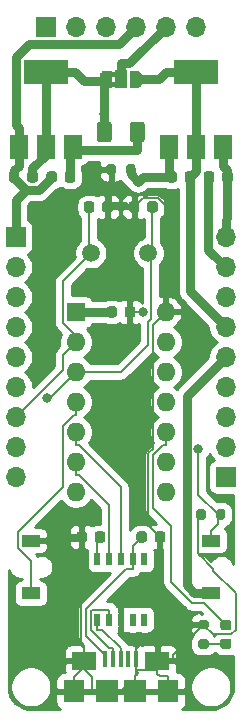
<source format=gtl>
G04 #@! TF.GenerationSoftware,KiCad,Pcbnew,(5.1.9)-1*
G04 #@! TF.CreationDate,2023-06-14T07:28:31+09:00*
G04 #@! TF.ProjectId,PICo-16f1765,5049436f-2d31-4366-9631-3736352e6b69,rev?*
G04 #@! TF.SameCoordinates,Original*
G04 #@! TF.FileFunction,Copper,L1,Top*
G04 #@! TF.FilePolarity,Positive*
%FSLAX46Y46*%
G04 Gerber Fmt 4.6, Leading zero omitted, Abs format (unit mm)*
G04 Created by KiCad (PCBNEW (5.1.9)-1) date 2023-06-14 07:28:31*
%MOMM*%
%LPD*%
G01*
G04 APERTURE LIST*
G04 #@! TA.AperFunction,EtchedComponent*
%ADD10C,0.100000*%
G04 #@! TD*
G04 #@! TA.AperFunction,ComponentPad*
%ADD11O,1.600000X1.600000*%
G04 #@! TD*
G04 #@! TA.AperFunction,ComponentPad*
%ADD12R,1.600000X1.600000*%
G04 #@! TD*
G04 #@! TA.AperFunction,ComponentPad*
%ADD13C,1.500000*%
G04 #@! TD*
G04 #@! TA.AperFunction,SMDPad,CuDef*
%ADD14R,1.500000X2.000000*%
G04 #@! TD*
G04 #@! TA.AperFunction,SMDPad,CuDef*
%ADD15R,3.800000X2.000000*%
G04 #@! TD*
G04 #@! TA.AperFunction,SMDPad,CuDef*
%ADD16R,1.600000X1.050000*%
G04 #@! TD*
G04 #@! TA.AperFunction,SMDPad,CuDef*
%ADD17C,0.100000*%
G04 #@! TD*
G04 #@! TA.AperFunction,SMDPad,CuDef*
%ADD18R,1.000000X1.500000*%
G04 #@! TD*
G04 #@! TA.AperFunction,SMDPad,CuDef*
%ADD19R,0.400000X1.350000*%
G04 #@! TD*
G04 #@! TA.AperFunction,SMDPad,CuDef*
%ADD20R,1.800000X1.900000*%
G04 #@! TD*
G04 #@! TA.AperFunction,SMDPad,CuDef*
%ADD21R,2.100000X1.600000*%
G04 #@! TD*
G04 #@! TA.AperFunction,SMDPad,CuDef*
%ADD22R,1.900000X1.900000*%
G04 #@! TD*
G04 #@! TA.AperFunction,ComponentPad*
%ADD23O,1.700000X1.700000*%
G04 #@! TD*
G04 #@! TA.AperFunction,ComponentPad*
%ADD24R,1.700000X1.700000*%
G04 #@! TD*
G04 #@! TA.AperFunction,SMDPad,CuDef*
%ADD25R,0.510000X1.100000*%
G04 #@! TD*
G04 #@! TA.AperFunction,ViaPad*
%ADD26C,0.800000*%
G04 #@! TD*
G04 #@! TA.AperFunction,Conductor*
%ADD27C,0.800000*%
G04 #@! TD*
G04 #@! TA.AperFunction,Conductor*
%ADD28C,0.200000*%
G04 #@! TD*
G04 #@! TA.AperFunction,Conductor*
%ADD29C,0.254000*%
G04 #@! TD*
G04 #@! TA.AperFunction,Conductor*
%ADD30C,0.100000*%
G04 #@! TD*
G04 APERTURE END LIST*
D10*
G04 #@! TO.C,JP1*
G36*
X2910000Y5515000D02*
G01*
X3410000Y5515000D01*
X3410000Y5115000D01*
X2910000Y5115000D01*
X2910000Y5515000D01*
G37*
G36*
X2910000Y6315000D02*
G01*
X3410000Y6315000D01*
X3410000Y5915000D01*
X2910000Y5915000D01*
X2910000Y6315000D01*
G37*
G04 #@! TD*
G04 #@! TO.P,C7,2*
G04 #@! TO.N,GND*
G04 #@! TA.AperFunction,SMDPad,CuDef*
G36*
G01*
X945000Y-32770000D02*
X945000Y-33270000D01*
G75*
G02*
X720000Y-33495000I-225000J0D01*
G01*
X270000Y-33495000D01*
G75*
G02*
X45000Y-33270000I0J225000D01*
G01*
X45000Y-32770000D01*
G75*
G02*
X270000Y-32545000I225000J0D01*
G01*
X720000Y-32545000D01*
G75*
G02*
X945000Y-32770000I0J-225000D01*
G01*
G37*
G04 #@! TD.AperFunction*
G04 #@! TO.P,C7,1*
G04 #@! TO.N,Net-(C7-Pad1)*
G04 #@! TA.AperFunction,SMDPad,CuDef*
G36*
G01*
X2495000Y-32770000D02*
X2495000Y-33270000D01*
G75*
G02*
X2270000Y-33495000I-225000J0D01*
G01*
X1820000Y-33495000D01*
G75*
G02*
X1595000Y-33270000I0J225000D01*
G01*
X1595000Y-32770000D01*
G75*
G02*
X1820000Y-32545000I225000J0D01*
G01*
X2270000Y-32545000D01*
G75*
G02*
X2495000Y-32770000I0J-225000D01*
G01*
G37*
G04 #@! TD.AperFunction*
G04 #@! TD*
G04 #@! TO.P,C6,2*
G04 #@! TO.N,GND*
G04 #@! TA.AperFunction,SMDPad,CuDef*
G36*
G01*
X6675000Y-33270000D02*
X6675000Y-32770000D01*
G75*
G02*
X6900000Y-32545000I225000J0D01*
G01*
X7350000Y-32545000D01*
G75*
G02*
X7575000Y-32770000I0J-225000D01*
G01*
X7575000Y-33270000D01*
G75*
G02*
X7350000Y-33495000I-225000J0D01*
G01*
X6900000Y-33495000D01*
G75*
G02*
X6675000Y-33270000I0J225000D01*
G01*
G37*
G04 #@! TD.AperFunction*
G04 #@! TO.P,C6,1*
G04 #@! TO.N,Net-(C6-Pad1)*
G04 #@! TA.AperFunction,SMDPad,CuDef*
G36*
G01*
X5125000Y-33270000D02*
X5125000Y-32770000D01*
G75*
G02*
X5350000Y-32545000I225000J0D01*
G01*
X5800000Y-32545000D01*
G75*
G02*
X6025000Y-32770000I0J-225000D01*
G01*
X6025000Y-33270000D01*
G75*
G02*
X5800000Y-33495000I-225000J0D01*
G01*
X5350000Y-33495000D01*
G75*
G02*
X5125000Y-33270000I0J225000D01*
G01*
G37*
G04 #@! TD.AperFunction*
G04 #@! TD*
G04 #@! TO.P,C5,2*
G04 #@! TO.N,GNDPWR*
G04 #@! TA.AperFunction,SMDPad,CuDef*
G36*
G01*
X-4770000Y-2290000D02*
X-4770000Y-2790000D01*
G75*
G02*
X-4995000Y-3015000I-225000J0D01*
G01*
X-5445000Y-3015000D01*
G75*
G02*
X-5670000Y-2790000I0J225000D01*
G01*
X-5670000Y-2290000D01*
G75*
G02*
X-5445000Y-2065000I225000J0D01*
G01*
X-4995000Y-2065000D01*
G75*
G02*
X-4770000Y-2290000I0J-225000D01*
G01*
G37*
G04 #@! TD.AperFunction*
G04 #@! TO.P,C5,1*
G04 #@! TO.N,+5V*
G04 #@! TA.AperFunction,SMDPad,CuDef*
G36*
G01*
X-3220000Y-2290000D02*
X-3220000Y-2790000D01*
G75*
G02*
X-3445000Y-3015000I-225000J0D01*
G01*
X-3895000Y-3015000D01*
G75*
G02*
X-4120000Y-2790000I0J225000D01*
G01*
X-4120000Y-2290000D01*
G75*
G02*
X-3895000Y-2065000I225000J0D01*
G01*
X-3445000Y-2065000D01*
G75*
G02*
X-3220000Y-2290000I0J-225000D01*
G01*
G37*
G04 #@! TD.AperFunction*
G04 #@! TD*
G04 #@! TO.P,C4,2*
G04 #@! TO.N,GNDPWR*
G04 #@! TA.AperFunction,SMDPad,CuDef*
G36*
G01*
X-1595000Y-2290000D02*
X-1595000Y-2790000D01*
G75*
G02*
X-1820000Y-3015000I-225000J0D01*
G01*
X-2270000Y-3015000D01*
G75*
G02*
X-2495000Y-2790000I0J225000D01*
G01*
X-2495000Y-2290000D01*
G75*
G02*
X-2270000Y-2065000I225000J0D01*
G01*
X-1820000Y-2065000D01*
G75*
G02*
X-1595000Y-2290000I0J-225000D01*
G01*
G37*
G04 #@! TD.AperFunction*
G04 #@! TO.P,C4,1*
G04 #@! TO.N,/Vin*
G04 #@! TA.AperFunction,SMDPad,CuDef*
G36*
G01*
X-45000Y-2290000D02*
X-45000Y-2790000D01*
G75*
G02*
X-270000Y-3015000I-225000J0D01*
G01*
X-720000Y-3015000D01*
G75*
G02*
X-945000Y-2790000I0J225000D01*
G01*
X-945000Y-2290000D01*
G75*
G02*
X-720000Y-2065000I225000J0D01*
G01*
X-270000Y-2065000D01*
G75*
G02*
X-45000Y-2290000I0J-225000D01*
G01*
G37*
G04 #@! TD.AperFunction*
G04 #@! TD*
G04 #@! TO.P,C3,2*
G04 #@! TO.N,GNDPWR*
G04 #@! TA.AperFunction,SMDPad,CuDef*
G36*
G01*
X8565000Y-2290000D02*
X8565000Y-2790000D01*
G75*
G02*
X8340000Y-3015000I-225000J0D01*
G01*
X7890000Y-3015000D01*
G75*
G02*
X7665000Y-2790000I0J225000D01*
G01*
X7665000Y-2290000D01*
G75*
G02*
X7890000Y-2065000I225000J0D01*
G01*
X8340000Y-2065000D01*
G75*
G02*
X8565000Y-2290000I0J-225000D01*
G01*
G37*
G04 #@! TD.AperFunction*
G04 #@! TO.P,C3,1*
G04 #@! TO.N,+3V3*
G04 #@! TA.AperFunction,SMDPad,CuDef*
G36*
G01*
X10115000Y-2290000D02*
X10115000Y-2790000D01*
G75*
G02*
X9890000Y-3015000I-225000J0D01*
G01*
X9440000Y-3015000D01*
G75*
G02*
X9215000Y-2790000I0J225000D01*
G01*
X9215000Y-2290000D01*
G75*
G02*
X9440000Y-2065000I225000J0D01*
G01*
X9890000Y-2065000D01*
G75*
G02*
X10115000Y-2290000I0J-225000D01*
G01*
G37*
G04 #@! TD.AperFunction*
G04 #@! TD*
G04 #@! TO.P,C2,2*
G04 #@! TO.N,GND*
G04 #@! TA.AperFunction,SMDPad,CuDef*
G36*
G01*
X4135000Y-14220000D02*
X4135000Y-13720000D01*
G75*
G02*
X4360000Y-13495000I225000J0D01*
G01*
X4810000Y-13495000D01*
G75*
G02*
X5035000Y-13720000I0J-225000D01*
G01*
X5035000Y-14220000D01*
G75*
G02*
X4810000Y-14445000I-225000J0D01*
G01*
X4360000Y-14445000D01*
G75*
G02*
X4135000Y-14220000I0J225000D01*
G01*
G37*
G04 #@! TD.AperFunction*
G04 #@! TO.P,C2,1*
G04 #@! TO.N,VCC*
G04 #@! TA.AperFunction,SMDPad,CuDef*
G36*
G01*
X2585000Y-14220000D02*
X2585000Y-13720000D01*
G75*
G02*
X2810000Y-13495000I225000J0D01*
G01*
X3260000Y-13495000D01*
G75*
G02*
X3485000Y-13720000I0J-225000D01*
G01*
X3485000Y-14220000D01*
G75*
G02*
X3260000Y-14445000I-225000J0D01*
G01*
X2810000Y-14445000D01*
G75*
G02*
X2585000Y-14220000I0J225000D01*
G01*
G37*
G04 #@! TD.AperFunction*
G04 #@! TD*
G04 #@! TO.P,C1,2*
G04 #@! TO.N,GNDPWR*
G04 #@! TA.AperFunction,SMDPad,CuDef*
G36*
G01*
X11740000Y-2290000D02*
X11740000Y-2790000D01*
G75*
G02*
X11515000Y-3015000I-225000J0D01*
G01*
X11065000Y-3015000D01*
G75*
G02*
X10840000Y-2790000I0J225000D01*
G01*
X10840000Y-2290000D01*
G75*
G02*
X11065000Y-2065000I225000J0D01*
G01*
X11515000Y-2065000D01*
G75*
G02*
X11740000Y-2290000I0J-225000D01*
G01*
G37*
G04 #@! TD.AperFunction*
G04 #@! TO.P,C1,1*
G04 #@! TO.N,/Vin*
G04 #@! TA.AperFunction,SMDPad,CuDef*
G36*
G01*
X13290000Y-2290000D02*
X13290000Y-2790000D01*
G75*
G02*
X13065000Y-3015000I-225000J0D01*
G01*
X12615000Y-3015000D01*
G75*
G02*
X12390000Y-2790000I0J225000D01*
G01*
X12390000Y-2290000D01*
G75*
G02*
X12615000Y-2065000I225000J0D01*
G01*
X13065000Y-2065000D01*
G75*
G02*
X13290000Y-2290000I0J-225000D01*
G01*
G37*
G04 #@! TD.AperFunction*
G04 #@! TD*
G04 #@! TO.P,R3,2*
G04 #@! TO.N,GND*
G04 #@! TA.AperFunction,SMDPad,CuDef*
G36*
G01*
X11070000Y-40850000D02*
X10520000Y-40850000D01*
G75*
G02*
X10320000Y-40650000I0J200000D01*
G01*
X10320000Y-40250000D01*
G75*
G02*
X10520000Y-40050000I200000J0D01*
G01*
X11070000Y-40050000D01*
G75*
G02*
X11270000Y-40250000I0J-200000D01*
G01*
X11270000Y-40650000D01*
G75*
G02*
X11070000Y-40850000I-200000J0D01*
G01*
G37*
G04 #@! TD.AperFunction*
G04 #@! TO.P,R3,1*
G04 #@! TO.N,Net-(D2-Pad1)*
G04 #@! TA.AperFunction,SMDPad,CuDef*
G36*
G01*
X11070000Y-42500000D02*
X10520000Y-42500000D01*
G75*
G02*
X10320000Y-42300000I0J200000D01*
G01*
X10320000Y-41900000D01*
G75*
G02*
X10520000Y-41700000I200000J0D01*
G01*
X11070000Y-41700000D01*
G75*
G02*
X11270000Y-41900000I0J-200000D01*
G01*
X11270000Y-42300000D01*
G75*
G02*
X11070000Y-42500000I-200000J0D01*
G01*
G37*
G04 #@! TD.AperFunction*
G04 #@! TD*
G04 #@! TO.P,R2,2*
G04 #@! TO.N,GND*
G04 #@! TA.AperFunction,SMDPad,CuDef*
G36*
G01*
X11005000Y-30840000D02*
X11005000Y-31390000D01*
G75*
G02*
X10805000Y-31590000I-200000J0D01*
G01*
X10405000Y-31590000D01*
G75*
G02*
X10205000Y-31390000I0J200000D01*
G01*
X10205000Y-30840000D01*
G75*
G02*
X10405000Y-30640000I200000J0D01*
G01*
X10805000Y-30640000D01*
G75*
G02*
X11005000Y-30840000I0J-200000D01*
G01*
G37*
G04 #@! TD.AperFunction*
G04 #@! TO.P,R2,1*
G04 #@! TO.N,/RC1*
G04 #@! TA.AperFunction,SMDPad,CuDef*
G36*
G01*
X12655000Y-30840000D02*
X12655000Y-31390000D01*
G75*
G02*
X12455000Y-31590000I-200000J0D01*
G01*
X12055000Y-31590000D01*
G75*
G02*
X11855000Y-31390000I0J200000D01*
G01*
X11855000Y-30840000D01*
G75*
G02*
X12055000Y-30640000I200000J0D01*
G01*
X12455000Y-30640000D01*
G75*
G02*
X12655000Y-30840000I0J-200000D01*
G01*
G37*
G04 #@! TD.AperFunction*
G04 #@! TD*
G04 #@! TO.P,R1,2*
G04 #@! TO.N,GNDPWR*
G04 #@! TA.AperFunction,SMDPad,CuDef*
G36*
G01*
X4235000Y-2180000D02*
X4235000Y-1630000D01*
G75*
G02*
X4435000Y-1430000I200000J0D01*
G01*
X4835000Y-1430000D01*
G75*
G02*
X5035000Y-1630000I0J-200000D01*
G01*
X5035000Y-2180000D01*
G75*
G02*
X4835000Y-2380000I-200000J0D01*
G01*
X4435000Y-2380000D01*
G75*
G02*
X4235000Y-2180000I0J200000D01*
G01*
G37*
G04 #@! TD.AperFunction*
G04 #@! TO.P,R1,1*
G04 #@! TO.N,GND*
G04 #@! TA.AperFunction,SMDPad,CuDef*
G36*
G01*
X2585000Y-2180000D02*
X2585000Y-1630000D01*
G75*
G02*
X2785000Y-1430000I200000J0D01*
G01*
X3185000Y-1430000D01*
G75*
G02*
X3385000Y-1630000I0J-200000D01*
G01*
X3385000Y-2180000D01*
G75*
G02*
X3185000Y-2380000I-200000J0D01*
G01*
X2785000Y-2380000D01*
G75*
G02*
X2585000Y-2180000I0J200000D01*
G01*
G37*
G04 #@! TD.AperFunction*
G04 #@! TD*
D11*
G04 #@! TO.P,IC1,14*
G04 #@! TO.N,GND*
X7620000Y-13970000D03*
G04 #@! TO.P,IC1,7*
G04 #@! TO.N,/RC3*
X0Y-29210000D03*
G04 #@! TO.P,IC1,13*
G04 #@! TO.N,/RA0_ICSPDAT*
X7620000Y-16510000D03*
G04 #@! TO.P,IC1,6*
G04 #@! TO.N,/RC4*
X0Y-26670000D03*
G04 #@! TO.P,IC1,12*
G04 #@! TO.N,/RA1_ICSPCLK*
X7620000Y-19050000D03*
G04 #@! TO.P,IC1,5*
G04 #@! TO.N,/RC5*
X0Y-24130000D03*
G04 #@! TO.P,IC1,11*
G04 #@! TO.N,/RA2*
X7620000Y-21590000D03*
G04 #@! TO.P,IC1,4*
G04 #@! TO.N,/RA3_MCLR*
X0Y-21590000D03*
G04 #@! TO.P,IC1,10*
G04 #@! TO.N,/RC0*
X7620000Y-24130000D03*
G04 #@! TO.P,IC1,3*
G04 #@! TO.N,/RA4*
X0Y-19050000D03*
G04 #@! TO.P,IC1,9*
G04 #@! TO.N,/RC1*
X7620000Y-26670000D03*
G04 #@! TO.P,IC1,2*
G04 #@! TO.N,/RA5*
X0Y-16510000D03*
G04 #@! TO.P,IC1,8*
G04 #@! TO.N,/RC2*
X7620000Y-29210000D03*
D12*
G04 #@! TO.P,IC1,1*
G04 #@! TO.N,VCC*
X0Y-13970000D03*
G04 #@! TD*
D13*
G04 #@! TO.P,Y1,2*
G04 #@! TO.N,/RA4*
X6150000Y-8980000D03*
G04 #@! TO.P,Y1,1*
G04 #@! TO.N,/RA5*
X1270000Y-8980000D03*
G04 #@! TD*
D14*
G04 #@! TO.P,U2,1*
G04 #@! TO.N,GNDPWR*
X-4840000Y25000D03*
G04 #@! TO.P,U2,3*
G04 #@! TO.N,/Vin*
X-240000Y25000D03*
G04 #@! TO.P,U2,2*
G04 #@! TO.N,+5V*
X-2540000Y25000D03*
D15*
X-2540000Y6325000D03*
G04 #@! TD*
D14*
G04 #@! TO.P,U1,1*
G04 #@! TO.N,GNDPWR*
X7860000Y25000D03*
G04 #@! TO.P,U1,3*
G04 #@! TO.N,/Vin*
X12460000Y25000D03*
G04 #@! TO.P,U1,2*
G04 #@! TO.N,+3V3*
X10160000Y25000D03*
D15*
X10160000Y6325000D03*
G04 #@! TD*
D16*
G04 #@! TO.P,SW2,1*
G04 #@! TO.N,/RA3_MCLR*
X-3810000Y-37785000D03*
G04 #@! TO.P,SW2,2*
G04 #@! TO.N,GND*
X-3810000Y-33335000D03*
G04 #@! TD*
G04 #@! TO.P,SW1,1*
G04 #@! TO.N,/RC1*
X11430000Y-33335000D03*
G04 #@! TO.P,SW1,2*
G04 #@! TO.N,VCC*
X11430000Y-37785000D03*
G04 #@! TD*
G04 #@! TA.AperFunction,SMDPad,CuDef*
D17*
G04 #@! TO.P,JP1,1*
G04 #@! TO.N,+5V*
G36*
X3060000Y4965000D02*
G01*
X2510000Y4965000D01*
X2510000Y4965602D01*
X2485466Y4965602D01*
X2436635Y4970412D01*
X2388510Y4979984D01*
X2341555Y4994228D01*
X2296222Y5013005D01*
X2252949Y5036136D01*
X2212150Y5063396D01*
X2174221Y5094524D01*
X2139524Y5129221D01*
X2108396Y5167150D01*
X2081136Y5207949D01*
X2058005Y5251222D01*
X2039228Y5296555D01*
X2024984Y5343510D01*
X2015412Y5391635D01*
X2010602Y5440466D01*
X2010602Y5465000D01*
X2010000Y5465000D01*
X2010000Y5965000D01*
X2010602Y5965000D01*
X2010602Y5989534D01*
X2015412Y6038365D01*
X2024984Y6086490D01*
X2039228Y6133445D01*
X2058005Y6178778D01*
X2081136Y6222051D01*
X2108396Y6262850D01*
X2139524Y6300779D01*
X2174221Y6335476D01*
X2212150Y6366604D01*
X2252949Y6393864D01*
X2296222Y6416995D01*
X2341555Y6435772D01*
X2388510Y6450016D01*
X2436635Y6459588D01*
X2485466Y6464398D01*
X2510000Y6464398D01*
X2510000Y6465000D01*
X3060000Y6465000D01*
X3060000Y4965000D01*
G37*
G04 #@! TD.AperFunction*
D18*
G04 #@! TO.P,JP1,2*
G04 #@! TO.N,VCC*
X3810000Y5715000D03*
G04 #@! TA.AperFunction,SMDPad,CuDef*
D17*
G04 #@! TO.P,JP1,3*
G04 #@! TO.N,+3V3*
G36*
X5110000Y6464398D02*
G01*
X5134534Y6464398D01*
X5183365Y6459588D01*
X5231490Y6450016D01*
X5278445Y6435772D01*
X5323778Y6416995D01*
X5367051Y6393864D01*
X5407850Y6366604D01*
X5445779Y6335476D01*
X5480476Y6300779D01*
X5511604Y6262850D01*
X5538864Y6222051D01*
X5561995Y6178778D01*
X5580772Y6133445D01*
X5595016Y6086490D01*
X5604588Y6038365D01*
X5609398Y5989534D01*
X5609398Y5965000D01*
X5610000Y5965000D01*
X5610000Y5465000D01*
X5609398Y5465000D01*
X5609398Y5440466D01*
X5604588Y5391635D01*
X5595016Y5343510D01*
X5580772Y5296555D01*
X5561995Y5251222D01*
X5538864Y5207949D01*
X5511604Y5167150D01*
X5480476Y5129221D01*
X5445779Y5094524D01*
X5407850Y5063396D01*
X5367051Y5036136D01*
X5323778Y5013005D01*
X5278445Y4994228D01*
X5231490Y4979984D01*
X5183365Y4970412D01*
X5134534Y4965602D01*
X5110000Y4965602D01*
X5110000Y4965000D01*
X4560000Y4965000D01*
X4560000Y6465000D01*
X5110000Y6465000D01*
X5110000Y6464398D01*
G37*
G04 #@! TD.AperFunction*
G04 #@! TD*
D19*
G04 #@! TO.P,J4,1*
G04 #@! TO.N,Net-(C6-Pad1)*
X2510000Y-43395000D03*
G04 #@! TO.P,J4,2*
G04 #@! TO.N,/D-*
X3160000Y-43395000D03*
G04 #@! TO.P,J4,3*
G04 #@! TO.N,/D+*
X3810000Y-43395000D03*
G04 #@! TO.P,J4,4*
G04 #@! TO.N,Net-(J4-Pad4)*
X4460000Y-43395000D03*
G04 #@! TO.P,J4,5*
G04 #@! TO.N,GND*
X5110000Y-43395000D03*
D20*
G04 #@! TO.P,J4,6*
X-190000Y-46070000D03*
X7810000Y-46070000D03*
D21*
X710000Y-43520000D03*
X6910000Y-43520000D03*
D22*
X2610000Y-46070000D03*
X5010000Y-46070000D03*
G04 #@! TD*
D23*
G04 #@! TO.P,J3,9*
G04 #@! TO.N,/Vin*
X12700000Y-7620000D03*
G04 #@! TO.P,J3,8*
G04 #@! TO.N,GNDPWR*
X12700000Y-10160000D03*
G04 #@! TO.P,J3,7*
G04 #@! TO.N,+5V*
X12700000Y-12700000D03*
G04 #@! TO.P,J3,6*
G04 #@! TO.N,+3V3*
X12700000Y-15240000D03*
G04 #@! TO.P,J3,5*
G04 #@! TO.N,VCC*
X12700000Y-17780000D03*
G04 #@! TO.P,J3,4*
G04 #@! TO.N,/RC5*
X12700000Y-20320000D03*
G04 #@! TO.P,J3,3*
G04 #@! TO.N,/RC4*
X12700000Y-22860000D03*
G04 #@! TO.P,J3,2*
G04 #@! TO.N,/RC3*
X12700000Y-25400000D03*
D24*
G04 #@! TO.P,J3,1*
G04 #@! TO.N,/RC2*
X12700000Y-27940000D03*
G04 #@! TD*
D23*
G04 #@! TO.P,J2,9*
G04 #@! TO.N,/RC1*
X-5080000Y-27940000D03*
G04 #@! TO.P,J2,8*
G04 #@! TO.N,/RC0*
X-5080000Y-25400000D03*
G04 #@! TO.P,J2,7*
G04 #@! TO.N,/RA5*
X-5080000Y-22860000D03*
G04 #@! TO.P,J2,6*
G04 #@! TO.N,/RA4*
X-5080000Y-20320000D03*
G04 #@! TO.P,J2,5*
G04 #@! TO.N,/RA3_MCLR*
X-5080000Y-17780000D03*
G04 #@! TO.P,J2,4*
G04 #@! TO.N,/RA2*
X-5080000Y-15240000D03*
G04 #@! TO.P,J2,3*
G04 #@! TO.N,/RA1_ICSPCLK*
X-5080000Y-12700000D03*
G04 #@! TO.P,J2,2*
G04 #@! TO.N,/RA0_ICSPDAT*
X-5080000Y-10160000D03*
D24*
G04 #@! TO.P,J2,1*
G04 #@! TO.N,GNDPWR*
X-5080000Y-7620000D03*
G04 #@! TD*
D23*
G04 #@! TO.P,J1,6*
G04 #@! TO.N,/MCLR*
X10160000Y10160000D03*
G04 #@! TO.P,J1,5*
G04 #@! TO.N,VCC*
X7620000Y10160000D03*
G04 #@! TO.P,J1,4*
G04 #@! TO.N,GNDPWR*
X5080000Y10160000D03*
G04 #@! TO.P,J1,3*
G04 #@! TO.N,/ICSPDAT*
X2540000Y10160000D03*
G04 #@! TO.P,J1,2*
G04 #@! TO.N,/ICSPCLK*
X0Y10160000D03*
D24*
G04 #@! TO.P,J1,1*
G04 #@! TO.N,Net-(J1-Pad1)*
X-2540000Y10160000D03*
G04 #@! TD*
D25*
G04 #@! TO.P,IC2,10*
G04 #@! TO.N,Net-(C7-Pad1)*
X1810000Y-34915000D03*
G04 #@! TO.P,IC2,9*
G04 #@! TO.N,/RC4*
X2810000Y-34915000D03*
G04 #@! TO.P,IC2,5*
G04 #@! TO.N,Net-(IC2-Pad5)*
X5810000Y-40015000D03*
G04 #@! TO.P,IC2,8*
G04 #@! TO.N,/RC5*
X3810000Y-34915000D03*
G04 #@! TO.P,IC2,7*
G04 #@! TO.N,Net-(C6-Pad1)*
X4810000Y-34915000D03*
G04 #@! TO.P,IC2,6*
G04 #@! TO.N,Net-(IC2-Pad6)*
X5810000Y-34915000D03*
G04 #@! TO.P,IC2,4*
G04 #@! TO.N,Net-(IC2-Pad4)*
X4810000Y-40015000D03*
G04 #@! TO.P,IC2,3*
G04 #@! TO.N,GND*
X3810000Y-40015000D03*
G04 #@! TO.P,IC2,2*
G04 #@! TO.N,/D-*
X2810000Y-40015000D03*
G04 #@! TO.P,IC2,1*
G04 #@! TO.N,/D+*
X1810000Y-40015000D03*
G04 #@! TD*
G04 #@! TO.P,D2,2*
G04 #@! TO.N,/RC0*
G04 #@! TA.AperFunction,SMDPad,CuDef*
G36*
G01*
X12956250Y-40925000D02*
X12443750Y-40925000D01*
G75*
G02*
X12225000Y-40706250I0J218750D01*
G01*
X12225000Y-40268750D01*
G75*
G02*
X12443750Y-40050000I218750J0D01*
G01*
X12956250Y-40050000D01*
G75*
G02*
X13175000Y-40268750I0J-218750D01*
G01*
X13175000Y-40706250D01*
G75*
G02*
X12956250Y-40925000I-218750J0D01*
G01*
G37*
G04 #@! TD.AperFunction*
G04 #@! TO.P,D2,1*
G04 #@! TO.N,Net-(D2-Pad1)*
G04 #@! TA.AperFunction,SMDPad,CuDef*
G36*
G01*
X12956250Y-42500000D02*
X12443750Y-42500000D01*
G75*
G02*
X12225000Y-42281250I0J218750D01*
G01*
X12225000Y-41843750D01*
G75*
G02*
X12443750Y-41625000I218750J0D01*
G01*
X12956250Y-41625000D01*
G75*
G02*
X13175000Y-41843750I0J-218750D01*
G01*
X13175000Y-42281250D01*
G75*
G02*
X12956250Y-42500000I-218750J0D01*
G01*
G37*
G04 #@! TD.AperFunction*
G04 #@! TD*
G04 #@! TO.P,D1,2*
G04 #@! TO.N,+5V*
G04 #@! TA.AperFunction,SMDPad,CuDef*
G36*
G01*
X3035000Y1895000D02*
X3035000Y645000D01*
G75*
G02*
X2785000Y395000I-250000J0D01*
G01*
X2035000Y395000D01*
G75*
G02*
X1785000Y645000I0J250000D01*
G01*
X1785000Y1895000D01*
G75*
G02*
X2035000Y2145000I250000J0D01*
G01*
X2785000Y2145000D01*
G75*
G02*
X3035000Y1895000I0J-250000D01*
G01*
G37*
G04 #@! TD.AperFunction*
G04 #@! TO.P,D1,1*
G04 #@! TO.N,/Vin*
G04 #@! TA.AperFunction,SMDPad,CuDef*
G36*
G01*
X5835000Y1895000D02*
X5835000Y645000D01*
G75*
G02*
X5585000Y395000I-250000J0D01*
G01*
X4835000Y395000D01*
G75*
G02*
X4585000Y645000I0J250000D01*
G01*
X4585000Y1895000D01*
G75*
G02*
X4835000Y2145000I250000J0D01*
G01*
X5585000Y2145000D01*
G75*
G02*
X5835000Y1895000I0J-250000D01*
G01*
G37*
G04 #@! TD.AperFunction*
G04 #@! TD*
G04 #@! TO.P,C9,2*
G04 #@! TO.N,GND*
G04 #@! TA.AperFunction,SMDPad,CuDef*
G36*
G01*
X5390000Y-4830000D02*
X5390000Y-5330000D01*
G75*
G02*
X5165000Y-5555000I-225000J0D01*
G01*
X4715000Y-5555000D01*
G75*
G02*
X4490000Y-5330000I0J225000D01*
G01*
X4490000Y-4830000D01*
G75*
G02*
X4715000Y-4605000I225000J0D01*
G01*
X5165000Y-4605000D01*
G75*
G02*
X5390000Y-4830000I0J-225000D01*
G01*
G37*
G04 #@! TD.AperFunction*
G04 #@! TO.P,C9,1*
G04 #@! TO.N,/RA4*
G04 #@! TA.AperFunction,SMDPad,CuDef*
G36*
G01*
X6940000Y-4830000D02*
X6940000Y-5330000D01*
G75*
G02*
X6715000Y-5555000I-225000J0D01*
G01*
X6265000Y-5555000D01*
G75*
G02*
X6040000Y-5330000I0J225000D01*
G01*
X6040000Y-4830000D01*
G75*
G02*
X6265000Y-4605000I225000J0D01*
G01*
X6715000Y-4605000D01*
G75*
G02*
X6940000Y-4830000I0J-225000D01*
G01*
G37*
G04 #@! TD.AperFunction*
G04 #@! TD*
G04 #@! TO.P,C8,2*
G04 #@! TO.N,GND*
G04 #@! TA.AperFunction,SMDPad,CuDef*
G36*
G01*
X2230000Y-5330000D02*
X2230000Y-4830000D01*
G75*
G02*
X2455000Y-4605000I225000J0D01*
G01*
X2905000Y-4605000D01*
G75*
G02*
X3130000Y-4830000I0J-225000D01*
G01*
X3130000Y-5330000D01*
G75*
G02*
X2905000Y-5555000I-225000J0D01*
G01*
X2455000Y-5555000D01*
G75*
G02*
X2230000Y-5330000I0J225000D01*
G01*
G37*
G04 #@! TD.AperFunction*
G04 #@! TO.P,C8,1*
G04 #@! TO.N,/RA5*
G04 #@! TA.AperFunction,SMDPad,CuDef*
G36*
G01*
X680000Y-5330000D02*
X680000Y-4830000D01*
G75*
G02*
X905000Y-4605000I225000J0D01*
G01*
X1355000Y-4605000D01*
G75*
G02*
X1580000Y-4830000I0J-225000D01*
G01*
X1580000Y-5330000D01*
G75*
G02*
X1355000Y-5555000I-225000J0D01*
G01*
X905000Y-5555000D01*
G75*
G02*
X680000Y-5330000I0J225000D01*
G01*
G37*
G04 #@! TD.AperFunction*
G04 #@! TD*
D26*
G04 #@! TO.N,GNDPWR*
X5261800Y-2932900D03*
G04 #@! TO.N,/Vin*
X5210000Y-261500D03*
G04 #@! TO.N,GND*
X5650000Y-13970000D03*
G04 #@! TO.N,+5V*
X2410000Y2748200D03*
G04 #@! TO.N,/RA4*
X-2455150Y-21225100D03*
G04 #@! TO.N,/RC1*
X10376600Y-25562500D03*
G04 #@! TD*
D27*
G04 #@! TO.N,GNDPWR*
X-4236000Y-3616300D02*
X-3104100Y-3616300D01*
X-3104100Y-3616300D02*
X-2045000Y-2557200D01*
X-2045000Y-2557200D02*
X-2045000Y-2540000D01*
X-5220000Y-2540000D02*
X-5220000Y-2632300D01*
X-5220000Y-2632300D02*
X-4236000Y-3616300D01*
X-5080000Y-7620000D02*
X-5080000Y-4460300D01*
X-5080000Y-4460300D02*
X-4236000Y-3616300D01*
X-4840000Y-1575300D02*
X-5220000Y-1955300D01*
X-5220000Y-1955300D02*
X-5220000Y-2540000D01*
X7860000Y-2540000D02*
X8115000Y-2540000D01*
X7860000Y-1575300D02*
X7860000Y-2540000D01*
X7860000Y-2540000D02*
X5654700Y-2540000D01*
X5654700Y-2540000D02*
X5261800Y-2932900D01*
X4635000Y-1905000D02*
X4635000Y-2306100D01*
X4635000Y-2306100D02*
X5261800Y-2932900D01*
X7860000Y25000D02*
X7860000Y-1575300D01*
X-4840000Y25000D02*
X-4840000Y1625300D01*
X5080000Y10160000D02*
X3629600Y8709600D01*
X3629600Y8709600D02*
X-3951500Y8709600D01*
X-3951500Y8709600D02*
X-5040400Y7620700D01*
X-5040400Y7620700D02*
X-5040400Y1825700D01*
X-5040400Y1825700D02*
X-4840000Y1625300D01*
X12700000Y-10160000D02*
X11225200Y-8685200D01*
X11225200Y-8685200D02*
X11225200Y-2604800D01*
X11225200Y-2604800D02*
X11290000Y-2540000D01*
X-4840000Y25000D02*
X-4840000Y-1575300D01*
G04 #@! TO.N,/Vin*
X5210000Y-206400D02*
X5210000Y-261500D01*
X5210000Y1270000D02*
X5210000Y-206400D01*
X12460000Y25000D02*
X12460000Y-1575300D01*
X12840000Y-2540000D02*
X12840000Y-1955300D01*
X12840000Y-1955300D02*
X12460000Y-1575300D01*
X12700000Y-6169700D02*
X12840000Y-6029700D01*
X12840000Y-6029700D02*
X12840000Y-2540000D01*
X12700000Y-7620000D02*
X12700000Y-6169700D01*
X46500Y-261500D02*
X5210000Y-261500D01*
X-240000Y25000D02*
X46500Y-261500D01*
X-495000Y-230000D02*
X-240000Y25000D01*
X-495000Y-2540000D02*
X-495000Y-230000D01*
D28*
G04 #@! TO.N,GND*
X6119400Y-32014400D02*
X7125000Y-33020000D01*
X3810000Y-40015000D02*
X3810000Y-39164700D01*
X3810000Y-39164700D02*
X7125000Y-35849700D01*
X7125000Y-35849700D02*
X7125000Y-33020000D01*
X3810000Y-40440100D02*
X3810000Y-40015000D01*
X3810000Y-40440100D02*
X3810000Y-40865300D01*
X2610000Y-46070000D02*
X3860300Y-46070000D01*
X5010000Y-45444800D02*
X4485500Y-45444800D01*
X4485500Y-45444800D02*
X3860300Y-46070000D01*
X5010000Y-45444800D02*
X5010000Y-44819700D01*
X5010000Y-46070000D02*
X5010000Y-45444800D01*
X5110000Y-44270200D02*
X5110000Y-44719700D01*
X5110000Y-44719700D02*
X5010000Y-44819700D01*
X5110000Y-44270200D02*
X6709900Y-44270200D01*
X6709900Y-44270200D02*
X6910000Y-44070100D01*
X2985000Y-4775000D02*
X4280000Y-4775000D01*
X4280000Y-4775000D02*
X4585000Y-5080000D01*
X4585000Y-5080000D02*
X4940000Y-5080000D01*
X10605000Y-31115000D02*
X10329600Y-31390400D01*
X10329600Y-31390400D02*
X10329600Y-34379200D01*
X10329600Y-34379200D02*
X11654600Y-35704200D01*
X11654600Y-35704200D02*
X11654600Y-35898600D01*
X11654600Y-35898600D02*
X13525200Y-37769200D01*
X13525200Y-37769200D02*
X13525200Y-40871900D01*
X13525200Y-40871900D02*
X13122100Y-41275000D01*
X13122100Y-41275000D02*
X11620000Y-41275000D01*
X11620000Y-41275000D02*
X10795000Y-40450000D01*
X8260300Y-43520000D02*
X8260300Y-42984700D01*
X8260300Y-42984700D02*
X10795000Y-40450000D01*
X6910000Y-43520000D02*
X8260300Y-43520000D01*
X6910000Y-43795000D02*
X6910000Y-43520000D01*
X7810000Y-46070000D02*
X7810000Y-44819700D01*
X5110000Y-43395000D02*
X5110000Y-44270200D01*
X6910000Y-43795000D02*
X6910000Y-44070100D01*
X3810000Y-40865300D02*
X5110000Y-42165300D01*
X5110000Y-42165300D02*
X5110000Y-43395000D01*
X6910000Y-44070100D02*
X6910000Y-44620300D01*
X6910000Y-44620300D02*
X7109400Y-44819700D01*
X7109400Y-44819700D02*
X7810000Y-44819700D01*
X2610000Y-46070000D02*
X1359700Y-46070000D01*
X646000Y-44134100D02*
X-39600Y-44819700D01*
X-39600Y-44819700D02*
X-190000Y-44819700D01*
X710000Y-44070100D02*
X646000Y-44134100D01*
X1359700Y-46070000D02*
X1359700Y-44847800D01*
X1359700Y-44847800D02*
X646000Y-44134100D01*
X404000Y-33335000D02*
X-2709700Y-33335000D01*
X495000Y-33020000D02*
X495000Y-33244000D01*
X495000Y-33244000D02*
X404000Y-33335000D01*
X404000Y-33335000D02*
X404000Y-42113700D01*
X404000Y-42113700D02*
X710000Y-42419700D01*
X2985000Y-4775000D02*
X2985000Y-1905000D01*
X2680000Y-5080000D02*
X2985000Y-4775000D01*
X-190000Y-46070000D02*
X-190000Y-44819700D01*
X710000Y-43520000D02*
X710000Y-44070100D01*
X710000Y-43520000D02*
X710000Y-42419700D01*
X-3810000Y-33335000D02*
X-2709700Y-33335000D01*
X5715010Y-4304990D02*
X4940000Y-5080000D01*
X6932468Y-4304990D02*
X5715010Y-4304990D01*
X7620000Y-4992522D02*
X6932468Y-4304990D01*
X7620000Y-13970000D02*
X7620000Y-4992522D01*
X6119690Y-32014690D02*
X7125000Y-33020000D01*
X6519999Y-25536603D02*
X6119690Y-25936911D01*
X6519999Y-15070001D02*
X6519999Y-25536603D01*
X6119690Y-25936911D02*
X6119690Y-32014690D01*
X7620000Y-13970000D02*
X6519999Y-15070001D01*
X4585000Y-13970000D02*
X5650000Y-13970000D01*
D27*
G04 #@! TO.N,VCC*
X11430000Y-37785000D02*
X10029700Y-37785000D01*
X12700000Y-17780000D02*
X9375100Y-21104900D01*
X9375100Y-21104900D02*
X9375100Y-37130400D01*
X9375100Y-37130400D02*
X10029700Y-37785000D01*
X0Y-13970000D02*
X3035000Y-13970000D01*
X3810000Y5715000D02*
X3810000Y7065300D01*
X3810000Y7065300D02*
X4525300Y7065300D01*
X4525300Y7065300D02*
X7620000Y10160000D01*
G04 #@! TO.N,+3V3*
X9665000Y-2540000D02*
X10160000Y-2045000D01*
X10160000Y-2045000D02*
X10160000Y25000D01*
X12700000Y-15240000D02*
X9665000Y-12205000D01*
X9665000Y-12205000D02*
X9665000Y-2540000D01*
X9435100Y6325000D02*
X10160000Y5600100D01*
X10160000Y5600100D02*
X10160000Y25000D01*
X9435100Y6325000D02*
X7659700Y6325000D01*
X10160000Y6325000D02*
X9435100Y6325000D01*
X5110000Y5715000D02*
X7049700Y5715000D01*
X7049700Y5715000D02*
X7659700Y6325000D01*
G04 #@! TO.N,+5V*
X-2540000Y25000D02*
X-2540000Y-690000D01*
X-2540000Y-690000D02*
X-3670000Y-1820000D01*
X-3670000Y-1820000D02*
X-3670000Y-2540000D01*
X-1815000Y6325000D02*
X-2540000Y5600000D01*
X-2540000Y5600000D02*
X-2540000Y25000D01*
X2410000Y2748200D02*
X2410000Y5615000D01*
X2410000Y1270000D02*
X2410000Y2748200D01*
X2410000Y5615000D02*
X2510000Y5715000D01*
X-39700Y6325000D02*
X670300Y5615000D01*
X670300Y5615000D02*
X2410000Y5615000D01*
X-1815000Y6325000D02*
X-39700Y6325000D01*
X-2540000Y6325000D02*
X-1815000Y6325000D01*
D28*
G04 #@! TO.N,Net-(C6-Pad1)*
X4810000Y-34915000D02*
X4810000Y-35765300D01*
X4810000Y-35765300D02*
X4243700Y-35765300D01*
X4243700Y-35765300D02*
X846100Y-39162900D01*
X846100Y-39162900D02*
X846100Y-41381200D01*
X846100Y-41381200D02*
X2510000Y-43045100D01*
X2510000Y-43045100D02*
X2510000Y-43395000D01*
X5575000Y-33020000D02*
X4810000Y-33785000D01*
X4810000Y-33785000D02*
X4810000Y-34915000D01*
G04 #@! TO.N,Net-(C7-Pad1)*
X1810000Y-34915000D02*
X1810000Y-33255000D01*
X1810000Y-33255000D02*
X2045000Y-33020000D01*
G04 #@! TO.N,/RA5*
X1130000Y-5080000D02*
X1130000Y-8840000D01*
X1130000Y-8840000D02*
X1270000Y-8980000D01*
X-1100400Y-11350400D02*
X1270000Y-8980000D01*
X-1100400Y-14926400D02*
X-1100400Y-11350400D01*
X0Y-16026800D02*
X-1100400Y-14926400D01*
X0Y-16510000D02*
X0Y-16026800D01*
X-1100001Y-18880001D02*
X-5080000Y-22860000D01*
X-1100001Y-17610001D02*
X-1100001Y-18880001D01*
X0Y-16510000D02*
X-1100001Y-17610001D01*
G04 #@! TO.N,/RA4*
X6490000Y-5080000D02*
X6490000Y-8640000D01*
X6490000Y-8640000D02*
X6150000Y-8980000D01*
X0Y-19050000D02*
X722478Y-19050000D01*
X-2175100Y-21225100D02*
X-2455150Y-21225100D01*
X0Y-19050000D02*
X-2175100Y-21225100D01*
X6119989Y-9010011D02*
X6150000Y-8980000D01*
X3810000Y-19050000D02*
X6119989Y-16740011D01*
X0Y-19050000D02*
X3810000Y-19050000D01*
X6119989Y-16740011D02*
X6119989Y-14835011D01*
X6119989Y-14835011D02*
X6350000Y-14605000D01*
X6350000Y-9180000D02*
X6150000Y-8980000D01*
X6350000Y-14605000D02*
X6350000Y-9180000D01*
G04 #@! TO.N,/RC0*
X12700000Y-40487500D02*
X10855800Y-38643300D01*
X10855800Y-38643300D02*
X9851600Y-38643300D01*
X9851600Y-38643300D02*
X8060100Y-36851800D01*
X8060100Y-36851800D02*
X8060100Y-32135100D01*
X8060100Y-32135100D02*
X6519700Y-30594700D01*
X6519700Y-30594700D02*
X6519700Y-26102600D01*
X6519700Y-26102600D02*
X7392000Y-25230300D01*
X7392000Y-25230300D02*
X7620000Y-25230300D01*
X7620000Y-24130000D02*
X7620000Y-25230300D01*
G04 #@! TO.N,Net-(D2-Pad1)*
X12700000Y-42062500D02*
X12662500Y-42100000D01*
X12662500Y-42100000D02*
X10795000Y-42100000D01*
G04 #@! TO.N,/RC4*
X0Y-26670000D02*
X0Y-27770300D01*
X2810000Y-34915000D02*
X2810000Y-30352300D01*
X2810000Y-30352300D02*
X228000Y-27770300D01*
X228000Y-27770300D02*
X0Y-27770300D01*
G04 #@! TO.N,/RC5*
X0Y-24130000D02*
X0Y-25230300D01*
X3810000Y-34915000D02*
X3810000Y-28812300D01*
X3810000Y-28812300D02*
X228000Y-25230300D01*
X228000Y-25230300D02*
X0Y-25230300D01*
G04 #@! TO.N,/RA3_MCLR*
X0Y-21590000D02*
X0Y-22690300D01*
X0Y-22690300D02*
X-137700Y-22690300D01*
X-137700Y-22690300D02*
X-1100300Y-23652900D01*
X-1100300Y-23652900D02*
X-1100300Y-28820500D01*
X-1100300Y-28820500D02*
X-4921000Y-32641200D01*
X-4921000Y-32641200D02*
X-4921000Y-33977100D01*
X-4921000Y-33977100D02*
X-3810000Y-35088100D01*
X-3810000Y-35088100D02*
X-3810000Y-37785000D01*
G04 #@! TO.N,/RC1*
X10376600Y-25562500D02*
X10376600Y-29470300D01*
X10376600Y-29470300D02*
X12021300Y-31115000D01*
X12021300Y-31115000D02*
X12021300Y-31918400D01*
X12021300Y-31918400D02*
X11430000Y-32509700D01*
X12021300Y-31115000D02*
X12255000Y-31115000D01*
X11430000Y-33335000D02*
X11430000Y-32509700D01*
G04 #@! TO.N,/D-*
X3160000Y-43395000D02*
X3160000Y-42419700D01*
X2810000Y-40015000D02*
X2810000Y-39164700D01*
X2810000Y-39164700D02*
X1410600Y-39164700D01*
X1410600Y-39164700D02*
X1254600Y-39320700D01*
X1254600Y-39320700D02*
X1254600Y-40881300D01*
X1254600Y-40881300D02*
X2793000Y-42419700D01*
X2793000Y-42419700D02*
X3160000Y-42419700D01*
G04 #@! TO.N,/D+*
X3810000Y-43395000D02*
X3810000Y-42419700D01*
X1810000Y-40015000D02*
X1810000Y-40865300D01*
X1810000Y-40865300D02*
X2255600Y-40865300D01*
X2255600Y-40865300D02*
X3810000Y-42419700D01*
G04 #@! TD*
D29*
G04 #@! TO.N,GND*
X2075001Y-30656748D02*
X2075001Y-31906928D01*
X1820000Y-31906928D01*
X1651623Y-31923512D01*
X1489717Y-31972625D01*
X1343649Y-32050700D01*
X1299494Y-32014463D01*
X1189180Y-31955498D01*
X1069482Y-31919188D01*
X945000Y-31906928D01*
X780750Y-31910000D01*
X622000Y-32068750D01*
X622000Y-32893000D01*
X642000Y-32893000D01*
X642000Y-33147000D01*
X622000Y-33147000D01*
X622000Y-33971250D01*
X780750Y-34130000D01*
X945000Y-34133072D01*
X962298Y-34131368D01*
X929188Y-34240518D01*
X916928Y-34365000D01*
X916928Y-35465000D01*
X929188Y-35589482D01*
X965498Y-35709180D01*
X1024463Y-35819494D01*
X1103815Y-35916185D01*
X1200506Y-35995537D01*
X1310820Y-36054502D01*
X1430518Y-36090812D01*
X1555000Y-36103072D01*
X2065000Y-36103072D01*
X2189482Y-36090812D01*
X2309180Y-36054502D01*
X2310000Y-36054064D01*
X2310820Y-36054502D01*
X2430518Y-36090812D01*
X2555000Y-36103072D01*
X2866481Y-36103072D01*
X351908Y-38617646D01*
X323862Y-38640663D01*
X232013Y-38752581D01*
X163763Y-38880268D01*
X143195Y-38948072D01*
X121735Y-39018815D01*
X107544Y-39162900D01*
X111100Y-39199005D01*
X111101Y-41345085D01*
X107544Y-41381200D01*
X121735Y-41525285D01*
X160229Y-41652181D01*
X163764Y-41663833D01*
X232014Y-41791520D01*
X323863Y-41903438D01*
X351908Y-41926454D01*
X582998Y-42157544D01*
X582998Y-42243748D01*
X424250Y-42085000D01*
X-340000Y-42081928D01*
X-464482Y-42094188D01*
X-584180Y-42130498D01*
X-694494Y-42189463D01*
X-791185Y-42268815D01*
X-870537Y-42365506D01*
X-929502Y-42475820D01*
X-965812Y-42595518D01*
X-978072Y-42720000D01*
X-975000Y-43234250D01*
X-816250Y-43393000D01*
X583000Y-43393000D01*
X583000Y-43373000D01*
X837000Y-43373000D01*
X837000Y-43393000D01*
X857000Y-43393000D01*
X857000Y-43647000D01*
X837000Y-43647000D01*
X837000Y-43667000D01*
X583000Y-43667000D01*
X583000Y-43647000D01*
X-816250Y-43647000D01*
X-975000Y-43805750D01*
X-978072Y-44320000D01*
X-965812Y-44444482D01*
X-954247Y-44482607D01*
X-1090000Y-44481928D01*
X-1214482Y-44494188D01*
X-1334180Y-44530498D01*
X-1444494Y-44589463D01*
X-1541185Y-44668815D01*
X-1620537Y-44765506D01*
X-1679502Y-44875820D01*
X-1715812Y-44995518D01*
X-1728072Y-45120000D01*
X-1725000Y-45784250D01*
X-1566250Y-45943000D01*
X-317000Y-45943000D01*
X-317000Y-45923000D01*
X-63000Y-45923000D01*
X-63000Y-45943000D01*
X2483000Y-45943000D01*
X2483000Y-45923000D01*
X2737000Y-45923000D01*
X2737000Y-45943000D01*
X4883000Y-45943000D01*
X4883000Y-45923000D01*
X5137000Y-45923000D01*
X5137000Y-45943000D01*
X7683000Y-45943000D01*
X7683000Y-45923000D01*
X7937000Y-45923000D01*
X7937000Y-45943000D01*
X9186250Y-45943000D01*
X9345000Y-45784250D01*
X9346087Y-45549117D01*
X9695000Y-45549117D01*
X9695000Y-45890883D01*
X9761675Y-46226081D01*
X9892463Y-46541831D01*
X10082337Y-46825998D01*
X10324002Y-47067663D01*
X10608169Y-47257537D01*
X10923919Y-47388325D01*
X11259117Y-47455000D01*
X11600883Y-47455000D01*
X11936081Y-47388325D01*
X12251831Y-47257537D01*
X12535998Y-47067663D01*
X12777663Y-46825998D01*
X12967537Y-46541831D01*
X13098325Y-46226081D01*
X13165000Y-45890883D01*
X13165000Y-45549117D01*
X13098325Y-45213919D01*
X12967537Y-44898169D01*
X12777663Y-44614002D01*
X12535998Y-44372337D01*
X12251831Y-44182463D01*
X11936081Y-44051675D01*
X11600883Y-43985000D01*
X11259117Y-43985000D01*
X10923919Y-44051675D01*
X10608169Y-44182463D01*
X10324002Y-44372337D01*
X10082337Y-44614002D01*
X9892463Y-44898169D01*
X9761675Y-45213919D01*
X9695000Y-45549117D01*
X9346087Y-45549117D01*
X9348072Y-45120000D01*
X9335812Y-44995518D01*
X9299502Y-44875820D01*
X9240537Y-44765506D01*
X9161185Y-44668815D01*
X9064494Y-44589463D01*
X8954180Y-44530498D01*
X8834482Y-44494188D01*
X8710000Y-44481928D01*
X8574247Y-44482607D01*
X8585812Y-44444482D01*
X8598072Y-44320000D01*
X8595000Y-43805750D01*
X8436250Y-43647000D01*
X7037000Y-43647000D01*
X7037000Y-43667000D01*
X6783000Y-43667000D01*
X6783000Y-43647000D01*
X6763000Y-43647000D01*
X6763000Y-43393000D01*
X6783000Y-43393000D01*
X6783000Y-42243750D01*
X7037000Y-42243750D01*
X7037000Y-43393000D01*
X8436250Y-43393000D01*
X8595000Y-43234250D01*
X8598072Y-42720000D01*
X8585812Y-42595518D01*
X8549502Y-42475820D01*
X8490537Y-42365506D01*
X8411185Y-42268815D01*
X8314494Y-42189463D01*
X8204180Y-42130498D01*
X8084482Y-42094188D01*
X7960000Y-42081928D01*
X7195750Y-42085000D01*
X7037000Y-42243750D01*
X6783000Y-42243750D01*
X6624250Y-42085000D01*
X5860000Y-42081928D01*
X5735518Y-42094188D01*
X5615820Y-42130498D01*
X5585548Y-42146679D01*
X5563576Y-42134479D01*
X5444474Y-42096259D01*
X5341750Y-42085000D01*
X5183000Y-42243750D01*
X5183000Y-42356322D01*
X5111185Y-42268815D01*
X5014494Y-42189463D01*
X4946218Y-42152968D01*
X4878250Y-42085000D01*
X4787120Y-42094988D01*
X4784482Y-42094188D01*
X4660000Y-42081928D01*
X4462865Y-42081928D01*
X4424087Y-42009380D01*
X4355253Y-41925506D01*
X4332238Y-41897462D01*
X4304193Y-41874446D01*
X3576998Y-41147252D01*
X3683000Y-41041250D01*
X3683000Y-40715235D01*
X3690812Y-40689482D01*
X3703072Y-40565000D01*
X3703072Y-39465000D01*
X3916928Y-39465000D01*
X3916928Y-40565000D01*
X3929188Y-40689482D01*
X3937000Y-40715235D01*
X3937000Y-41041250D01*
X4095750Y-41200000D01*
X4200552Y-41188507D01*
X4308966Y-41153511D01*
X4310820Y-41154502D01*
X4430518Y-41190812D01*
X4555000Y-41203072D01*
X5065000Y-41203072D01*
X5189482Y-41190812D01*
X5309180Y-41154502D01*
X5310000Y-41154064D01*
X5310820Y-41154502D01*
X5430518Y-41190812D01*
X5555000Y-41203072D01*
X6065000Y-41203072D01*
X6189482Y-41190812D01*
X6309180Y-41154502D01*
X6419494Y-41095537D01*
X6516185Y-41016185D01*
X6595537Y-40919494D01*
X6654502Y-40809180D01*
X6690812Y-40689482D01*
X6703072Y-40565000D01*
X6703072Y-39465000D01*
X6690812Y-39340518D01*
X6654502Y-39220820D01*
X6595537Y-39110506D01*
X6516185Y-39013815D01*
X6419494Y-38934463D01*
X6309180Y-38875498D01*
X6189482Y-38839188D01*
X6065000Y-38826928D01*
X5555000Y-38826928D01*
X5430518Y-38839188D01*
X5310820Y-38875498D01*
X5310000Y-38875936D01*
X5309180Y-38875498D01*
X5189482Y-38839188D01*
X5065000Y-38826928D01*
X4555000Y-38826928D01*
X4430518Y-38839188D01*
X4310820Y-38875498D01*
X4308966Y-38876489D01*
X4200552Y-38841493D01*
X4095750Y-38830000D01*
X3937000Y-38988750D01*
X3937000Y-39314765D01*
X3929188Y-39340518D01*
X3916928Y-39465000D01*
X3703072Y-39465000D01*
X3690812Y-39340518D01*
X3683000Y-39314765D01*
X3683000Y-38988750D01*
X3524250Y-38830000D01*
X3467815Y-38836189D01*
X3424087Y-38754380D01*
X3332238Y-38642462D01*
X3220320Y-38550613D01*
X3092633Y-38482363D01*
X2954085Y-38440335D01*
X2846105Y-38429700D01*
X2810000Y-38426144D01*
X2773895Y-38429700D01*
X2618746Y-38429700D01*
X4548147Y-36500300D01*
X4773895Y-36500300D01*
X4810000Y-36503856D01*
X4846105Y-36500300D01*
X4954085Y-36489665D01*
X5092633Y-36447637D01*
X5220320Y-36379387D01*
X5332238Y-36287538D01*
X5424087Y-36175620D01*
X5467472Y-36094452D01*
X5555000Y-36103072D01*
X6065000Y-36103072D01*
X6189482Y-36090812D01*
X6309180Y-36054502D01*
X6419494Y-35995537D01*
X6516185Y-35916185D01*
X6595537Y-35819494D01*
X6654502Y-35709180D01*
X6690812Y-35589482D01*
X6703072Y-35465000D01*
X6703072Y-34365000D01*
X6690812Y-34240518D01*
X6657702Y-34131368D01*
X6675000Y-34133072D01*
X6839250Y-34130000D01*
X6998000Y-33971250D01*
X6998000Y-33147000D01*
X6978000Y-33147000D01*
X6978000Y-32893000D01*
X6998000Y-32893000D01*
X6998000Y-32873000D01*
X7252000Y-32873000D01*
X7252000Y-32893000D01*
X7272000Y-32893000D01*
X7272000Y-33147000D01*
X7252000Y-33147000D01*
X7252000Y-33971250D01*
X7325101Y-34044351D01*
X7325100Y-36815695D01*
X7321544Y-36851800D01*
X7335735Y-36995885D01*
X7348484Y-37037913D01*
X7377763Y-37134432D01*
X7446013Y-37262119D01*
X7537862Y-37374037D01*
X7565908Y-37397054D01*
X9306346Y-39137493D01*
X9329362Y-39165538D01*
X9357406Y-39188553D01*
X9441280Y-39257387D01*
X9568966Y-39325637D01*
X9707515Y-39367665D01*
X9851600Y-39381856D01*
X9887705Y-39378300D01*
X10551354Y-39378300D01*
X10667998Y-39494944D01*
X10667998Y-39573748D01*
X10509250Y-39415000D01*
X10320000Y-39411928D01*
X10195518Y-39424188D01*
X10075820Y-39460498D01*
X9965506Y-39519463D01*
X9868815Y-39598815D01*
X9789463Y-39695506D01*
X9730498Y-39805820D01*
X9694188Y-39925518D01*
X9681928Y-40050000D01*
X9685000Y-40164250D01*
X9843750Y-40323000D01*
X10668000Y-40323000D01*
X10668000Y-40303000D01*
X10922000Y-40303000D01*
X10922000Y-40323000D01*
X10942000Y-40323000D01*
X10942000Y-40577000D01*
X10922000Y-40577000D01*
X10922000Y-40597000D01*
X10668000Y-40597000D01*
X10668000Y-40577000D01*
X9843750Y-40577000D01*
X9685000Y-40735750D01*
X9681928Y-40850000D01*
X9694188Y-40974482D01*
X9730498Y-41094180D01*
X9789463Y-41204494D01*
X9868815Y-41301185D01*
X9906863Y-41332410D01*
X9823169Y-41434392D01*
X9745722Y-41579284D01*
X9698031Y-41736500D01*
X9681928Y-41900000D01*
X9681928Y-42300000D01*
X9698031Y-42463500D01*
X9745722Y-42620716D01*
X9823169Y-42765608D01*
X9927394Y-42892606D01*
X10054392Y-42996831D01*
X10199284Y-43074278D01*
X10356500Y-43121969D01*
X10520000Y-43138072D01*
X11070000Y-43138072D01*
X11233500Y-43121969D01*
X11390716Y-43074278D01*
X11535608Y-42996831D01*
X11662606Y-42892606D01*
X11709882Y-42835000D01*
X11795116Y-42835000D01*
X11837885Y-42887115D01*
X11967725Y-42993671D01*
X12115858Y-43072850D01*
X12276592Y-43121608D01*
X12443750Y-43138072D01*
X12956250Y-43138072D01*
X13123408Y-43121608D01*
X13284142Y-43072850D01*
X13310001Y-43059028D01*
X13310001Y-45687711D01*
X13271091Y-46084545D01*
X13165220Y-46435206D01*
X12993257Y-46758623D01*
X12761748Y-47042482D01*
X12479514Y-47275965D01*
X12157304Y-47450184D01*
X11807385Y-47558502D01*
X11412557Y-47600000D01*
X8971957Y-47600000D01*
X9064494Y-47550537D01*
X9161185Y-47471185D01*
X9240537Y-47374494D01*
X9299502Y-47264180D01*
X9335812Y-47144482D01*
X9348072Y-47020000D01*
X9345000Y-46355750D01*
X9186250Y-46197000D01*
X7937000Y-46197000D01*
X7937000Y-46217000D01*
X7683000Y-46217000D01*
X7683000Y-46197000D01*
X5137000Y-46197000D01*
X5137000Y-46217000D01*
X4883000Y-46217000D01*
X4883000Y-46197000D01*
X2737000Y-46197000D01*
X2737000Y-46217000D01*
X2483000Y-46217000D01*
X2483000Y-46197000D01*
X-63000Y-46197000D01*
X-63000Y-46217000D01*
X-317000Y-46217000D01*
X-317000Y-46197000D01*
X-1566250Y-46197000D01*
X-1725000Y-46355750D01*
X-1728072Y-47020000D01*
X-1715812Y-47144482D01*
X-1679502Y-47264180D01*
X-1620537Y-47374494D01*
X-1541185Y-47471185D01*
X-1444494Y-47550537D01*
X-1351957Y-47600000D01*
X-3777721Y-47600000D01*
X-4174545Y-47561091D01*
X-4525206Y-47455220D01*
X-4848623Y-47283257D01*
X-5132482Y-47051748D01*
X-5365965Y-46769514D01*
X-5540184Y-46447304D01*
X-5648502Y-46097385D01*
X-5690000Y-45702557D01*
X-5690000Y-45549117D01*
X-5545000Y-45549117D01*
X-5545000Y-45890883D01*
X-5478325Y-46226081D01*
X-5347537Y-46541831D01*
X-5157663Y-46825998D01*
X-4915998Y-47067663D01*
X-4631831Y-47257537D01*
X-4316081Y-47388325D01*
X-3980883Y-47455000D01*
X-3639117Y-47455000D01*
X-3303919Y-47388325D01*
X-2988169Y-47257537D01*
X-2704002Y-47067663D01*
X-2462337Y-46825998D01*
X-2272463Y-46541831D01*
X-2141675Y-46226081D01*
X-2075000Y-45890883D01*
X-2075000Y-45549117D01*
X-2141675Y-45213919D01*
X-2272463Y-44898169D01*
X-2462337Y-44614002D01*
X-2704002Y-44372337D01*
X-2988169Y-44182463D01*
X-3303919Y-44051675D01*
X-3639117Y-43985000D01*
X-3980883Y-43985000D01*
X-4316081Y-44051675D01*
X-4631831Y-44182463D01*
X-4915998Y-44372337D01*
X-5157663Y-44614002D01*
X-5347537Y-44898169D01*
X-5478325Y-45213919D01*
X-5545000Y-45549117D01*
X-5690000Y-45549117D01*
X-5690000Y-35810295D01*
X-5681186Y-35854606D01*
X-5605050Y-36038414D01*
X-5494518Y-36203837D01*
X-5353837Y-36344518D01*
X-5188414Y-36455050D01*
X-5004606Y-36531186D01*
X-4809476Y-36570000D01*
X-4610524Y-36570000D01*
X-4544999Y-36556966D01*
X-4544999Y-36621928D01*
X-4610000Y-36621928D01*
X-4734482Y-36634188D01*
X-4854180Y-36670498D01*
X-4964494Y-36729463D01*
X-5061185Y-36808815D01*
X-5140537Y-36905506D01*
X-5199502Y-37015820D01*
X-5235812Y-37135518D01*
X-5248072Y-37260000D01*
X-5248072Y-38310000D01*
X-5235812Y-38434482D01*
X-5199502Y-38554180D01*
X-5140537Y-38664494D01*
X-5061185Y-38761185D01*
X-4964494Y-38840537D01*
X-4854180Y-38899502D01*
X-4734482Y-38935812D01*
X-4610000Y-38948072D01*
X-3010000Y-38948072D01*
X-2885518Y-38935812D01*
X-2765820Y-38899502D01*
X-2655506Y-38840537D01*
X-2558815Y-38761185D01*
X-2479463Y-38664494D01*
X-2420498Y-38554180D01*
X-2384188Y-38434482D01*
X-2371928Y-38310000D01*
X-2371928Y-37260000D01*
X-2384188Y-37135518D01*
X-2420498Y-37015820D01*
X-2479463Y-36905506D01*
X-2558815Y-36808815D01*
X-2655506Y-36729463D01*
X-2765820Y-36670498D01*
X-2885518Y-36634188D01*
X-3010000Y-36621928D01*
X-3075000Y-36621928D01*
X-3075000Y-36556966D01*
X-3009476Y-36570000D01*
X-2810524Y-36570000D01*
X-2615394Y-36531186D01*
X-2431586Y-36455050D01*
X-2266163Y-36344518D01*
X-2125482Y-36203837D01*
X-2014950Y-36038414D01*
X-1938814Y-35854606D01*
X-1900000Y-35659476D01*
X-1900000Y-35460524D01*
X-1938814Y-35265394D01*
X-2014950Y-35081586D01*
X-2125482Y-34916163D01*
X-2266163Y-34775482D01*
X-2431586Y-34664950D01*
X-2615394Y-34588814D01*
X-2810524Y-34550000D01*
X-3009476Y-34550000D01*
X-3204606Y-34588814D01*
X-3252608Y-34608697D01*
X-3264747Y-34593906D01*
X-3264750Y-34593903D01*
X-3287763Y-34565862D01*
X-3315803Y-34542850D01*
X-3362688Y-34495965D01*
X-3010000Y-34498072D01*
X-2885518Y-34485812D01*
X-2765820Y-34449502D01*
X-2655506Y-34390537D01*
X-2558815Y-34311185D01*
X-2479463Y-34214494D01*
X-2420498Y-34104180D01*
X-2384188Y-33984482D01*
X-2371928Y-33860000D01*
X-2375000Y-33620750D01*
X-2500750Y-33495000D01*
X-593072Y-33495000D01*
X-580812Y-33619482D01*
X-544502Y-33739180D01*
X-485537Y-33849494D01*
X-406185Y-33946185D01*
X-309494Y-34025537D01*
X-199180Y-34084502D01*
X-79482Y-34120812D01*
X45000Y-34133072D01*
X209250Y-34130000D01*
X368000Y-33971250D01*
X368000Y-33147000D01*
X-431250Y-33147000D01*
X-590000Y-33305750D01*
X-593072Y-33495000D01*
X-2500750Y-33495000D01*
X-2533750Y-33462000D01*
X-3683000Y-33462000D01*
X-3683000Y-33482000D01*
X-3937000Y-33482000D01*
X-3937000Y-33462000D01*
X-3957000Y-33462000D01*
X-3957000Y-33208000D01*
X-3937000Y-33208000D01*
X-3937000Y-33188000D01*
X-3683000Y-33188000D01*
X-3683000Y-33208000D01*
X-2533750Y-33208000D01*
X-2375000Y-33049250D01*
X-2371928Y-32810000D01*
X-2384188Y-32685518D01*
X-2420498Y-32565820D01*
X-2431626Y-32545000D01*
X-593072Y-32545000D01*
X-590000Y-32734250D01*
X-431250Y-32893000D01*
X368000Y-32893000D01*
X368000Y-32068750D01*
X209250Y-31910000D01*
X45000Y-31906928D01*
X-79482Y-31919188D01*
X-199180Y-31955498D01*
X-309494Y-32014463D01*
X-406185Y-32093815D01*
X-485537Y-32190506D01*
X-544502Y-32300820D01*
X-580812Y-32420518D01*
X-593072Y-32545000D01*
X-2431626Y-32545000D01*
X-2479463Y-32455506D01*
X-2558815Y-32358815D01*
X-2655506Y-32279463D01*
X-2765820Y-32220498D01*
X-2885518Y-32184188D01*
X-3010000Y-32171928D01*
X-3414699Y-32174346D01*
X-1214963Y-29974610D01*
X-1114637Y-30124759D01*
X-914759Y-30324637D01*
X-679727Y-30481680D01*
X-418574Y-30589853D01*
X-141335Y-30645000D01*
X141335Y-30645000D01*
X418574Y-30589853D01*
X679727Y-30481680D01*
X914759Y-30324637D01*
X1114637Y-30124759D01*
X1271680Y-29889727D01*
X1282312Y-29864059D01*
X2075001Y-30656748D01*
G04 #@! TA.AperFunction,Conductor*
D30*
G36*
X2075001Y-30656748D02*
G01*
X2075001Y-31906928D01*
X1820000Y-31906928D01*
X1651623Y-31923512D01*
X1489717Y-31972625D01*
X1343649Y-32050700D01*
X1299494Y-32014463D01*
X1189180Y-31955498D01*
X1069482Y-31919188D01*
X945000Y-31906928D01*
X780750Y-31910000D01*
X622000Y-32068750D01*
X622000Y-32893000D01*
X642000Y-32893000D01*
X642000Y-33147000D01*
X622000Y-33147000D01*
X622000Y-33971250D01*
X780750Y-34130000D01*
X945000Y-34133072D01*
X962298Y-34131368D01*
X929188Y-34240518D01*
X916928Y-34365000D01*
X916928Y-35465000D01*
X929188Y-35589482D01*
X965498Y-35709180D01*
X1024463Y-35819494D01*
X1103815Y-35916185D01*
X1200506Y-35995537D01*
X1310820Y-36054502D01*
X1430518Y-36090812D01*
X1555000Y-36103072D01*
X2065000Y-36103072D01*
X2189482Y-36090812D01*
X2309180Y-36054502D01*
X2310000Y-36054064D01*
X2310820Y-36054502D01*
X2430518Y-36090812D01*
X2555000Y-36103072D01*
X2866481Y-36103072D01*
X351908Y-38617646D01*
X323862Y-38640663D01*
X232013Y-38752581D01*
X163763Y-38880268D01*
X143195Y-38948072D01*
X121735Y-39018815D01*
X107544Y-39162900D01*
X111100Y-39199005D01*
X111101Y-41345085D01*
X107544Y-41381200D01*
X121735Y-41525285D01*
X160229Y-41652181D01*
X163764Y-41663833D01*
X232014Y-41791520D01*
X323863Y-41903438D01*
X351908Y-41926454D01*
X582998Y-42157544D01*
X582998Y-42243748D01*
X424250Y-42085000D01*
X-340000Y-42081928D01*
X-464482Y-42094188D01*
X-584180Y-42130498D01*
X-694494Y-42189463D01*
X-791185Y-42268815D01*
X-870537Y-42365506D01*
X-929502Y-42475820D01*
X-965812Y-42595518D01*
X-978072Y-42720000D01*
X-975000Y-43234250D01*
X-816250Y-43393000D01*
X583000Y-43393000D01*
X583000Y-43373000D01*
X837000Y-43373000D01*
X837000Y-43393000D01*
X857000Y-43393000D01*
X857000Y-43647000D01*
X837000Y-43647000D01*
X837000Y-43667000D01*
X583000Y-43667000D01*
X583000Y-43647000D01*
X-816250Y-43647000D01*
X-975000Y-43805750D01*
X-978072Y-44320000D01*
X-965812Y-44444482D01*
X-954247Y-44482607D01*
X-1090000Y-44481928D01*
X-1214482Y-44494188D01*
X-1334180Y-44530498D01*
X-1444494Y-44589463D01*
X-1541185Y-44668815D01*
X-1620537Y-44765506D01*
X-1679502Y-44875820D01*
X-1715812Y-44995518D01*
X-1728072Y-45120000D01*
X-1725000Y-45784250D01*
X-1566250Y-45943000D01*
X-317000Y-45943000D01*
X-317000Y-45923000D01*
X-63000Y-45923000D01*
X-63000Y-45943000D01*
X2483000Y-45943000D01*
X2483000Y-45923000D01*
X2737000Y-45923000D01*
X2737000Y-45943000D01*
X4883000Y-45943000D01*
X4883000Y-45923000D01*
X5137000Y-45923000D01*
X5137000Y-45943000D01*
X7683000Y-45943000D01*
X7683000Y-45923000D01*
X7937000Y-45923000D01*
X7937000Y-45943000D01*
X9186250Y-45943000D01*
X9345000Y-45784250D01*
X9346087Y-45549117D01*
X9695000Y-45549117D01*
X9695000Y-45890883D01*
X9761675Y-46226081D01*
X9892463Y-46541831D01*
X10082337Y-46825998D01*
X10324002Y-47067663D01*
X10608169Y-47257537D01*
X10923919Y-47388325D01*
X11259117Y-47455000D01*
X11600883Y-47455000D01*
X11936081Y-47388325D01*
X12251831Y-47257537D01*
X12535998Y-47067663D01*
X12777663Y-46825998D01*
X12967537Y-46541831D01*
X13098325Y-46226081D01*
X13165000Y-45890883D01*
X13165000Y-45549117D01*
X13098325Y-45213919D01*
X12967537Y-44898169D01*
X12777663Y-44614002D01*
X12535998Y-44372337D01*
X12251831Y-44182463D01*
X11936081Y-44051675D01*
X11600883Y-43985000D01*
X11259117Y-43985000D01*
X10923919Y-44051675D01*
X10608169Y-44182463D01*
X10324002Y-44372337D01*
X10082337Y-44614002D01*
X9892463Y-44898169D01*
X9761675Y-45213919D01*
X9695000Y-45549117D01*
X9346087Y-45549117D01*
X9348072Y-45120000D01*
X9335812Y-44995518D01*
X9299502Y-44875820D01*
X9240537Y-44765506D01*
X9161185Y-44668815D01*
X9064494Y-44589463D01*
X8954180Y-44530498D01*
X8834482Y-44494188D01*
X8710000Y-44481928D01*
X8574247Y-44482607D01*
X8585812Y-44444482D01*
X8598072Y-44320000D01*
X8595000Y-43805750D01*
X8436250Y-43647000D01*
X7037000Y-43647000D01*
X7037000Y-43667000D01*
X6783000Y-43667000D01*
X6783000Y-43647000D01*
X6763000Y-43647000D01*
X6763000Y-43393000D01*
X6783000Y-43393000D01*
X6783000Y-42243750D01*
X7037000Y-42243750D01*
X7037000Y-43393000D01*
X8436250Y-43393000D01*
X8595000Y-43234250D01*
X8598072Y-42720000D01*
X8585812Y-42595518D01*
X8549502Y-42475820D01*
X8490537Y-42365506D01*
X8411185Y-42268815D01*
X8314494Y-42189463D01*
X8204180Y-42130498D01*
X8084482Y-42094188D01*
X7960000Y-42081928D01*
X7195750Y-42085000D01*
X7037000Y-42243750D01*
X6783000Y-42243750D01*
X6624250Y-42085000D01*
X5860000Y-42081928D01*
X5735518Y-42094188D01*
X5615820Y-42130498D01*
X5585548Y-42146679D01*
X5563576Y-42134479D01*
X5444474Y-42096259D01*
X5341750Y-42085000D01*
X5183000Y-42243750D01*
X5183000Y-42356322D01*
X5111185Y-42268815D01*
X5014494Y-42189463D01*
X4946218Y-42152968D01*
X4878250Y-42085000D01*
X4787120Y-42094988D01*
X4784482Y-42094188D01*
X4660000Y-42081928D01*
X4462865Y-42081928D01*
X4424087Y-42009380D01*
X4355253Y-41925506D01*
X4332238Y-41897462D01*
X4304193Y-41874446D01*
X3576998Y-41147252D01*
X3683000Y-41041250D01*
X3683000Y-40715235D01*
X3690812Y-40689482D01*
X3703072Y-40565000D01*
X3703072Y-39465000D01*
X3916928Y-39465000D01*
X3916928Y-40565000D01*
X3929188Y-40689482D01*
X3937000Y-40715235D01*
X3937000Y-41041250D01*
X4095750Y-41200000D01*
X4200552Y-41188507D01*
X4308966Y-41153511D01*
X4310820Y-41154502D01*
X4430518Y-41190812D01*
X4555000Y-41203072D01*
X5065000Y-41203072D01*
X5189482Y-41190812D01*
X5309180Y-41154502D01*
X5310000Y-41154064D01*
X5310820Y-41154502D01*
X5430518Y-41190812D01*
X5555000Y-41203072D01*
X6065000Y-41203072D01*
X6189482Y-41190812D01*
X6309180Y-41154502D01*
X6419494Y-41095537D01*
X6516185Y-41016185D01*
X6595537Y-40919494D01*
X6654502Y-40809180D01*
X6690812Y-40689482D01*
X6703072Y-40565000D01*
X6703072Y-39465000D01*
X6690812Y-39340518D01*
X6654502Y-39220820D01*
X6595537Y-39110506D01*
X6516185Y-39013815D01*
X6419494Y-38934463D01*
X6309180Y-38875498D01*
X6189482Y-38839188D01*
X6065000Y-38826928D01*
X5555000Y-38826928D01*
X5430518Y-38839188D01*
X5310820Y-38875498D01*
X5310000Y-38875936D01*
X5309180Y-38875498D01*
X5189482Y-38839188D01*
X5065000Y-38826928D01*
X4555000Y-38826928D01*
X4430518Y-38839188D01*
X4310820Y-38875498D01*
X4308966Y-38876489D01*
X4200552Y-38841493D01*
X4095750Y-38830000D01*
X3937000Y-38988750D01*
X3937000Y-39314765D01*
X3929188Y-39340518D01*
X3916928Y-39465000D01*
X3703072Y-39465000D01*
X3690812Y-39340518D01*
X3683000Y-39314765D01*
X3683000Y-38988750D01*
X3524250Y-38830000D01*
X3467815Y-38836189D01*
X3424087Y-38754380D01*
X3332238Y-38642462D01*
X3220320Y-38550613D01*
X3092633Y-38482363D01*
X2954085Y-38440335D01*
X2846105Y-38429700D01*
X2810000Y-38426144D01*
X2773895Y-38429700D01*
X2618746Y-38429700D01*
X4548147Y-36500300D01*
X4773895Y-36500300D01*
X4810000Y-36503856D01*
X4846105Y-36500300D01*
X4954085Y-36489665D01*
X5092633Y-36447637D01*
X5220320Y-36379387D01*
X5332238Y-36287538D01*
X5424087Y-36175620D01*
X5467472Y-36094452D01*
X5555000Y-36103072D01*
X6065000Y-36103072D01*
X6189482Y-36090812D01*
X6309180Y-36054502D01*
X6419494Y-35995537D01*
X6516185Y-35916185D01*
X6595537Y-35819494D01*
X6654502Y-35709180D01*
X6690812Y-35589482D01*
X6703072Y-35465000D01*
X6703072Y-34365000D01*
X6690812Y-34240518D01*
X6657702Y-34131368D01*
X6675000Y-34133072D01*
X6839250Y-34130000D01*
X6998000Y-33971250D01*
X6998000Y-33147000D01*
X6978000Y-33147000D01*
X6978000Y-32893000D01*
X6998000Y-32893000D01*
X6998000Y-32873000D01*
X7252000Y-32873000D01*
X7252000Y-32893000D01*
X7272000Y-32893000D01*
X7272000Y-33147000D01*
X7252000Y-33147000D01*
X7252000Y-33971250D01*
X7325101Y-34044351D01*
X7325100Y-36815695D01*
X7321544Y-36851800D01*
X7335735Y-36995885D01*
X7348484Y-37037913D01*
X7377763Y-37134432D01*
X7446013Y-37262119D01*
X7537862Y-37374037D01*
X7565908Y-37397054D01*
X9306346Y-39137493D01*
X9329362Y-39165538D01*
X9357406Y-39188553D01*
X9441280Y-39257387D01*
X9568966Y-39325637D01*
X9707515Y-39367665D01*
X9851600Y-39381856D01*
X9887705Y-39378300D01*
X10551354Y-39378300D01*
X10667998Y-39494944D01*
X10667998Y-39573748D01*
X10509250Y-39415000D01*
X10320000Y-39411928D01*
X10195518Y-39424188D01*
X10075820Y-39460498D01*
X9965506Y-39519463D01*
X9868815Y-39598815D01*
X9789463Y-39695506D01*
X9730498Y-39805820D01*
X9694188Y-39925518D01*
X9681928Y-40050000D01*
X9685000Y-40164250D01*
X9843750Y-40323000D01*
X10668000Y-40323000D01*
X10668000Y-40303000D01*
X10922000Y-40303000D01*
X10922000Y-40323000D01*
X10942000Y-40323000D01*
X10942000Y-40577000D01*
X10922000Y-40577000D01*
X10922000Y-40597000D01*
X10668000Y-40597000D01*
X10668000Y-40577000D01*
X9843750Y-40577000D01*
X9685000Y-40735750D01*
X9681928Y-40850000D01*
X9694188Y-40974482D01*
X9730498Y-41094180D01*
X9789463Y-41204494D01*
X9868815Y-41301185D01*
X9906863Y-41332410D01*
X9823169Y-41434392D01*
X9745722Y-41579284D01*
X9698031Y-41736500D01*
X9681928Y-41900000D01*
X9681928Y-42300000D01*
X9698031Y-42463500D01*
X9745722Y-42620716D01*
X9823169Y-42765608D01*
X9927394Y-42892606D01*
X10054392Y-42996831D01*
X10199284Y-43074278D01*
X10356500Y-43121969D01*
X10520000Y-43138072D01*
X11070000Y-43138072D01*
X11233500Y-43121969D01*
X11390716Y-43074278D01*
X11535608Y-42996831D01*
X11662606Y-42892606D01*
X11709882Y-42835000D01*
X11795116Y-42835000D01*
X11837885Y-42887115D01*
X11967725Y-42993671D01*
X12115858Y-43072850D01*
X12276592Y-43121608D01*
X12443750Y-43138072D01*
X12956250Y-43138072D01*
X13123408Y-43121608D01*
X13284142Y-43072850D01*
X13310001Y-43059028D01*
X13310001Y-45687711D01*
X13271091Y-46084545D01*
X13165220Y-46435206D01*
X12993257Y-46758623D01*
X12761748Y-47042482D01*
X12479514Y-47275965D01*
X12157304Y-47450184D01*
X11807385Y-47558502D01*
X11412557Y-47600000D01*
X8971957Y-47600000D01*
X9064494Y-47550537D01*
X9161185Y-47471185D01*
X9240537Y-47374494D01*
X9299502Y-47264180D01*
X9335812Y-47144482D01*
X9348072Y-47020000D01*
X9345000Y-46355750D01*
X9186250Y-46197000D01*
X7937000Y-46197000D01*
X7937000Y-46217000D01*
X7683000Y-46217000D01*
X7683000Y-46197000D01*
X5137000Y-46197000D01*
X5137000Y-46217000D01*
X4883000Y-46217000D01*
X4883000Y-46197000D01*
X2737000Y-46197000D01*
X2737000Y-46217000D01*
X2483000Y-46217000D01*
X2483000Y-46197000D01*
X-63000Y-46197000D01*
X-63000Y-46217000D01*
X-317000Y-46217000D01*
X-317000Y-46197000D01*
X-1566250Y-46197000D01*
X-1725000Y-46355750D01*
X-1728072Y-47020000D01*
X-1715812Y-47144482D01*
X-1679502Y-47264180D01*
X-1620537Y-47374494D01*
X-1541185Y-47471185D01*
X-1444494Y-47550537D01*
X-1351957Y-47600000D01*
X-3777721Y-47600000D01*
X-4174545Y-47561091D01*
X-4525206Y-47455220D01*
X-4848623Y-47283257D01*
X-5132482Y-47051748D01*
X-5365965Y-46769514D01*
X-5540184Y-46447304D01*
X-5648502Y-46097385D01*
X-5690000Y-45702557D01*
X-5690000Y-45549117D01*
X-5545000Y-45549117D01*
X-5545000Y-45890883D01*
X-5478325Y-46226081D01*
X-5347537Y-46541831D01*
X-5157663Y-46825998D01*
X-4915998Y-47067663D01*
X-4631831Y-47257537D01*
X-4316081Y-47388325D01*
X-3980883Y-47455000D01*
X-3639117Y-47455000D01*
X-3303919Y-47388325D01*
X-2988169Y-47257537D01*
X-2704002Y-47067663D01*
X-2462337Y-46825998D01*
X-2272463Y-46541831D01*
X-2141675Y-46226081D01*
X-2075000Y-45890883D01*
X-2075000Y-45549117D01*
X-2141675Y-45213919D01*
X-2272463Y-44898169D01*
X-2462337Y-44614002D01*
X-2704002Y-44372337D01*
X-2988169Y-44182463D01*
X-3303919Y-44051675D01*
X-3639117Y-43985000D01*
X-3980883Y-43985000D01*
X-4316081Y-44051675D01*
X-4631831Y-44182463D01*
X-4915998Y-44372337D01*
X-5157663Y-44614002D01*
X-5347537Y-44898169D01*
X-5478325Y-45213919D01*
X-5545000Y-45549117D01*
X-5690000Y-45549117D01*
X-5690000Y-35810295D01*
X-5681186Y-35854606D01*
X-5605050Y-36038414D01*
X-5494518Y-36203837D01*
X-5353837Y-36344518D01*
X-5188414Y-36455050D01*
X-5004606Y-36531186D01*
X-4809476Y-36570000D01*
X-4610524Y-36570000D01*
X-4544999Y-36556966D01*
X-4544999Y-36621928D01*
X-4610000Y-36621928D01*
X-4734482Y-36634188D01*
X-4854180Y-36670498D01*
X-4964494Y-36729463D01*
X-5061185Y-36808815D01*
X-5140537Y-36905506D01*
X-5199502Y-37015820D01*
X-5235812Y-37135518D01*
X-5248072Y-37260000D01*
X-5248072Y-38310000D01*
X-5235812Y-38434482D01*
X-5199502Y-38554180D01*
X-5140537Y-38664494D01*
X-5061185Y-38761185D01*
X-4964494Y-38840537D01*
X-4854180Y-38899502D01*
X-4734482Y-38935812D01*
X-4610000Y-38948072D01*
X-3010000Y-38948072D01*
X-2885518Y-38935812D01*
X-2765820Y-38899502D01*
X-2655506Y-38840537D01*
X-2558815Y-38761185D01*
X-2479463Y-38664494D01*
X-2420498Y-38554180D01*
X-2384188Y-38434482D01*
X-2371928Y-38310000D01*
X-2371928Y-37260000D01*
X-2384188Y-37135518D01*
X-2420498Y-37015820D01*
X-2479463Y-36905506D01*
X-2558815Y-36808815D01*
X-2655506Y-36729463D01*
X-2765820Y-36670498D01*
X-2885518Y-36634188D01*
X-3010000Y-36621928D01*
X-3075000Y-36621928D01*
X-3075000Y-36556966D01*
X-3009476Y-36570000D01*
X-2810524Y-36570000D01*
X-2615394Y-36531186D01*
X-2431586Y-36455050D01*
X-2266163Y-36344518D01*
X-2125482Y-36203837D01*
X-2014950Y-36038414D01*
X-1938814Y-35854606D01*
X-1900000Y-35659476D01*
X-1900000Y-35460524D01*
X-1938814Y-35265394D01*
X-2014950Y-35081586D01*
X-2125482Y-34916163D01*
X-2266163Y-34775482D01*
X-2431586Y-34664950D01*
X-2615394Y-34588814D01*
X-2810524Y-34550000D01*
X-3009476Y-34550000D01*
X-3204606Y-34588814D01*
X-3252608Y-34608697D01*
X-3264747Y-34593906D01*
X-3264750Y-34593903D01*
X-3287763Y-34565862D01*
X-3315803Y-34542850D01*
X-3362688Y-34495965D01*
X-3010000Y-34498072D01*
X-2885518Y-34485812D01*
X-2765820Y-34449502D01*
X-2655506Y-34390537D01*
X-2558815Y-34311185D01*
X-2479463Y-34214494D01*
X-2420498Y-34104180D01*
X-2384188Y-33984482D01*
X-2371928Y-33860000D01*
X-2375000Y-33620750D01*
X-2500750Y-33495000D01*
X-593072Y-33495000D01*
X-580812Y-33619482D01*
X-544502Y-33739180D01*
X-485537Y-33849494D01*
X-406185Y-33946185D01*
X-309494Y-34025537D01*
X-199180Y-34084502D01*
X-79482Y-34120812D01*
X45000Y-34133072D01*
X209250Y-34130000D01*
X368000Y-33971250D01*
X368000Y-33147000D01*
X-431250Y-33147000D01*
X-590000Y-33305750D01*
X-593072Y-33495000D01*
X-2500750Y-33495000D01*
X-2533750Y-33462000D01*
X-3683000Y-33462000D01*
X-3683000Y-33482000D01*
X-3937000Y-33482000D01*
X-3937000Y-33462000D01*
X-3957000Y-33462000D01*
X-3957000Y-33208000D01*
X-3937000Y-33208000D01*
X-3937000Y-33188000D01*
X-3683000Y-33188000D01*
X-3683000Y-33208000D01*
X-2533750Y-33208000D01*
X-2375000Y-33049250D01*
X-2371928Y-32810000D01*
X-2384188Y-32685518D01*
X-2420498Y-32565820D01*
X-2431626Y-32545000D01*
X-593072Y-32545000D01*
X-590000Y-32734250D01*
X-431250Y-32893000D01*
X368000Y-32893000D01*
X368000Y-32068750D01*
X209250Y-31910000D01*
X45000Y-31906928D01*
X-79482Y-31919188D01*
X-199180Y-31955498D01*
X-309494Y-32014463D01*
X-406185Y-32093815D01*
X-485537Y-32190506D01*
X-544502Y-32300820D01*
X-580812Y-32420518D01*
X-593072Y-32545000D01*
X-2431626Y-32545000D01*
X-2479463Y-32455506D01*
X-2558815Y-32358815D01*
X-2655506Y-32279463D01*
X-2765820Y-32220498D01*
X-2885518Y-32184188D01*
X-3010000Y-32171928D01*
X-3414699Y-32174346D01*
X-1214963Y-29974610D01*
X-1114637Y-30124759D01*
X-914759Y-30324637D01*
X-679727Y-30481680D01*
X-418574Y-30589853D01*
X-141335Y-30645000D01*
X141335Y-30645000D01*
X418574Y-30589853D01*
X679727Y-30481680D01*
X914759Y-30324637D01*
X1114637Y-30124759D01*
X1271680Y-29889727D01*
X1282312Y-29864059D01*
X2075001Y-30656748D01*
G37*
G04 #@! TD.AperFunction*
D29*
X5183000Y-44546250D02*
X5208750Y-44572000D01*
X5137002Y-44643748D01*
X5137002Y-44489727D01*
X5183000Y-44433678D01*
X5183000Y-44546250D01*
G04 #@! TA.AperFunction,Conductor*
D30*
G36*
X5183000Y-44546250D02*
G01*
X5208750Y-44572000D01*
X5137002Y-44643748D01*
X5137002Y-44489727D01*
X5183000Y-44433678D01*
X5183000Y-44546250D01*
G37*
G04 #@! TD.AperFunction*
D29*
X11807426Y-41275000D02*
X11733565Y-41365000D01*
X11709882Y-41365000D01*
X11683137Y-41332410D01*
X11721185Y-41301185D01*
X11775050Y-41235550D01*
X11807426Y-41275000D01*
G04 #@! TA.AperFunction,Conductor*
D30*
G36*
X11807426Y-41275000D02*
G01*
X11733565Y-41365000D01*
X11709882Y-41365000D01*
X11683137Y-41332410D01*
X11721185Y-41301185D01*
X11775050Y-41235550D01*
X11807426Y-41275000D01*
G37*
G04 #@! TD.AperFunction*
D29*
X11384010Y-26103411D02*
X11546525Y-26346632D01*
X11678380Y-26478487D01*
X11605820Y-26500498D01*
X11495506Y-26559463D01*
X11398815Y-26638815D01*
X11319463Y-26735506D01*
X11260498Y-26845820D01*
X11224188Y-26965518D01*
X11211928Y-27090000D01*
X11211928Y-28790000D01*
X11224188Y-28914482D01*
X11260498Y-29034180D01*
X11319463Y-29144494D01*
X11398815Y-29241185D01*
X11495506Y-29320537D01*
X11605820Y-29379502D01*
X11725518Y-29415812D01*
X11850000Y-29428072D01*
X13310001Y-29428072D01*
X13310001Y-35309709D01*
X13301186Y-35265394D01*
X13225050Y-35081586D01*
X13114518Y-34916163D01*
X12973837Y-34775482D01*
X12808414Y-34664950D01*
X12624606Y-34588814D01*
X12429476Y-34550000D01*
X12230524Y-34550000D01*
X12035394Y-34588814D01*
X11851586Y-34664950D01*
X11686163Y-34775482D01*
X11545482Y-34916163D01*
X11434950Y-35081586D01*
X11430000Y-35093536D01*
X11425050Y-35081586D01*
X11314518Y-34916163D01*
X11173837Y-34775482D01*
X11008414Y-34664950D01*
X10824606Y-34588814D01*
X10629476Y-34550000D01*
X10430524Y-34550000D01*
X10410100Y-34554063D01*
X10410100Y-34456867D01*
X10505518Y-34485812D01*
X10630000Y-34498072D01*
X12230000Y-34498072D01*
X12354482Y-34485812D01*
X12474180Y-34449502D01*
X12584494Y-34390537D01*
X12681185Y-34311185D01*
X12760537Y-34214494D01*
X12819502Y-34104180D01*
X12855812Y-33984482D01*
X12868072Y-33860000D01*
X12868072Y-32810000D01*
X12855812Y-32685518D01*
X12819502Y-32565820D01*
X12760537Y-32455506D01*
X12681185Y-32358815D01*
X12638170Y-32323514D01*
X12703637Y-32201033D01*
X12708612Y-32184634D01*
X12775716Y-32164278D01*
X12920608Y-32086831D01*
X13047606Y-31982606D01*
X13151831Y-31855608D01*
X13229278Y-31710716D01*
X13276969Y-31553500D01*
X13293072Y-31390000D01*
X13293072Y-30840000D01*
X13276969Y-30676500D01*
X13229278Y-30519284D01*
X13151831Y-30374392D01*
X13047606Y-30247394D01*
X12920608Y-30143169D01*
X12775716Y-30065722D01*
X12618500Y-30018031D01*
X12455000Y-30001928D01*
X12055000Y-30001928D01*
X11957297Y-30011551D01*
X11111600Y-29165854D01*
X11111600Y-26291211D01*
X11180537Y-26222274D01*
X11293805Y-26052756D01*
X11328417Y-25969196D01*
X11384010Y-26103411D01*
G04 #@! TA.AperFunction,Conductor*
D30*
G36*
X11384010Y-26103411D02*
G01*
X11546525Y-26346632D01*
X11678380Y-26478487D01*
X11605820Y-26500498D01*
X11495506Y-26559463D01*
X11398815Y-26638815D01*
X11319463Y-26735506D01*
X11260498Y-26845820D01*
X11224188Y-26965518D01*
X11211928Y-27090000D01*
X11211928Y-28790000D01*
X11224188Y-28914482D01*
X11260498Y-29034180D01*
X11319463Y-29144494D01*
X11398815Y-29241185D01*
X11495506Y-29320537D01*
X11605820Y-29379502D01*
X11725518Y-29415812D01*
X11850000Y-29428072D01*
X13310001Y-29428072D01*
X13310001Y-35309709D01*
X13301186Y-35265394D01*
X13225050Y-35081586D01*
X13114518Y-34916163D01*
X12973837Y-34775482D01*
X12808414Y-34664950D01*
X12624606Y-34588814D01*
X12429476Y-34550000D01*
X12230524Y-34550000D01*
X12035394Y-34588814D01*
X11851586Y-34664950D01*
X11686163Y-34775482D01*
X11545482Y-34916163D01*
X11434950Y-35081586D01*
X11430000Y-35093536D01*
X11425050Y-35081586D01*
X11314518Y-34916163D01*
X11173837Y-34775482D01*
X11008414Y-34664950D01*
X10824606Y-34588814D01*
X10629476Y-34550000D01*
X10430524Y-34550000D01*
X10410100Y-34554063D01*
X10410100Y-34456867D01*
X10505518Y-34485812D01*
X10630000Y-34498072D01*
X12230000Y-34498072D01*
X12354482Y-34485812D01*
X12474180Y-34449502D01*
X12584494Y-34390537D01*
X12681185Y-34311185D01*
X12760537Y-34214494D01*
X12819502Y-34104180D01*
X12855812Y-33984482D01*
X12868072Y-33860000D01*
X12868072Y-32810000D01*
X12855812Y-32685518D01*
X12819502Y-32565820D01*
X12760537Y-32455506D01*
X12681185Y-32358815D01*
X12638170Y-32323514D01*
X12703637Y-32201033D01*
X12708612Y-32184634D01*
X12775716Y-32164278D01*
X12920608Y-32086831D01*
X13047606Y-31982606D01*
X13151831Y-31855608D01*
X13229278Y-31710716D01*
X13276969Y-31553500D01*
X13293072Y-31390000D01*
X13293072Y-30840000D01*
X13276969Y-30676500D01*
X13229278Y-30519284D01*
X13151831Y-30374392D01*
X13047606Y-30247394D01*
X12920608Y-30143169D01*
X12775716Y-30065722D01*
X12618500Y-30018031D01*
X12455000Y-30001928D01*
X12055000Y-30001928D01*
X11957297Y-30011551D01*
X11111600Y-29165854D01*
X11111600Y-26291211D01*
X11180537Y-26222274D01*
X11293805Y-26052756D01*
X11328417Y-25969196D01*
X11384010Y-26103411D01*
G37*
G04 #@! TD.AperFunction*
D29*
X6505363Y-17424759D02*
X6705241Y-17624637D01*
X6937759Y-17780000D01*
X6705241Y-17935363D01*
X6505363Y-18135241D01*
X6348320Y-18370273D01*
X6240147Y-18631426D01*
X6185000Y-18908665D01*
X6185000Y-19191335D01*
X6240147Y-19468574D01*
X6348320Y-19729727D01*
X6505363Y-19964759D01*
X6705241Y-20164637D01*
X6937759Y-20320000D01*
X6705241Y-20475363D01*
X6505363Y-20675241D01*
X6348320Y-20910273D01*
X6240147Y-21171426D01*
X6185000Y-21448665D01*
X6185000Y-21731335D01*
X6240147Y-22008574D01*
X6348320Y-22269727D01*
X6505363Y-22504759D01*
X6705241Y-22704637D01*
X6937759Y-22860000D01*
X6705241Y-23015363D01*
X6505363Y-23215241D01*
X6348320Y-23450273D01*
X6240147Y-23711426D01*
X6185000Y-23988665D01*
X6185000Y-24271335D01*
X6240147Y-24548574D01*
X6348320Y-24809727D01*
X6505363Y-25044759D01*
X6521729Y-25061125D01*
X6025508Y-25557346D01*
X5997463Y-25580362D01*
X5905614Y-25692280D01*
X5871961Y-25755241D01*
X5837364Y-25819967D01*
X5795335Y-25958515D01*
X5781144Y-26102600D01*
X5784701Y-26138715D01*
X5784700Y-30558595D01*
X5781144Y-30594700D01*
X5784700Y-30630804D01*
X5795335Y-30738784D01*
X5837363Y-30877332D01*
X5905613Y-31005019D01*
X5997462Y-31116937D01*
X6025508Y-31139954D01*
X6794721Y-31909167D01*
X6675000Y-31906928D01*
X6550518Y-31919188D01*
X6430820Y-31955498D01*
X6320506Y-32014463D01*
X6276351Y-32050700D01*
X6130283Y-31972625D01*
X5968377Y-31923512D01*
X5800000Y-31906928D01*
X5350000Y-31906928D01*
X5181623Y-31923512D01*
X5019717Y-31972625D01*
X4870503Y-32052382D01*
X4739716Y-32159716D01*
X4632382Y-32290503D01*
X4552625Y-32439717D01*
X4545000Y-32464854D01*
X4545000Y-28848405D01*
X4548556Y-28812300D01*
X4534365Y-28668214D01*
X4494824Y-28537867D01*
X4492337Y-28529667D01*
X4424087Y-28401980D01*
X4332238Y-28290062D01*
X4304193Y-28267046D01*
X1098271Y-25061125D01*
X1114637Y-25044759D01*
X1271680Y-24809727D01*
X1379853Y-24548574D01*
X1435000Y-24271335D01*
X1435000Y-23988665D01*
X1379853Y-23711426D01*
X1271680Y-23450273D01*
X1114637Y-23215241D01*
X914759Y-23015363D01*
X710805Y-22879086D01*
X724365Y-22834385D01*
X724632Y-22831676D01*
X914759Y-22704637D01*
X1114637Y-22504759D01*
X1271680Y-22269727D01*
X1379853Y-22008574D01*
X1435000Y-21731335D01*
X1435000Y-21448665D01*
X1379853Y-21171426D01*
X1271680Y-20910273D01*
X1114637Y-20675241D01*
X914759Y-20475363D01*
X682241Y-20320000D01*
X914759Y-20164637D01*
X1114637Y-19964759D01*
X1234748Y-19785000D01*
X3773895Y-19785000D01*
X3810000Y-19788556D01*
X3846105Y-19785000D01*
X3954085Y-19774365D01*
X4092633Y-19732337D01*
X4220320Y-19664087D01*
X4332238Y-19572238D01*
X4355259Y-19544188D01*
X6493076Y-17406371D01*
X6505363Y-17424759D01*
G04 #@! TA.AperFunction,Conductor*
D30*
G36*
X6505363Y-17424759D02*
G01*
X6705241Y-17624637D01*
X6937759Y-17780000D01*
X6705241Y-17935363D01*
X6505363Y-18135241D01*
X6348320Y-18370273D01*
X6240147Y-18631426D01*
X6185000Y-18908665D01*
X6185000Y-19191335D01*
X6240147Y-19468574D01*
X6348320Y-19729727D01*
X6505363Y-19964759D01*
X6705241Y-20164637D01*
X6937759Y-20320000D01*
X6705241Y-20475363D01*
X6505363Y-20675241D01*
X6348320Y-20910273D01*
X6240147Y-21171426D01*
X6185000Y-21448665D01*
X6185000Y-21731335D01*
X6240147Y-22008574D01*
X6348320Y-22269727D01*
X6505363Y-22504759D01*
X6705241Y-22704637D01*
X6937759Y-22860000D01*
X6705241Y-23015363D01*
X6505363Y-23215241D01*
X6348320Y-23450273D01*
X6240147Y-23711426D01*
X6185000Y-23988665D01*
X6185000Y-24271335D01*
X6240147Y-24548574D01*
X6348320Y-24809727D01*
X6505363Y-25044759D01*
X6521729Y-25061125D01*
X6025508Y-25557346D01*
X5997463Y-25580362D01*
X5905614Y-25692280D01*
X5871961Y-25755241D01*
X5837364Y-25819967D01*
X5795335Y-25958515D01*
X5781144Y-26102600D01*
X5784701Y-26138715D01*
X5784700Y-30558595D01*
X5781144Y-30594700D01*
X5784700Y-30630804D01*
X5795335Y-30738784D01*
X5837363Y-30877332D01*
X5905613Y-31005019D01*
X5997462Y-31116937D01*
X6025508Y-31139954D01*
X6794721Y-31909167D01*
X6675000Y-31906928D01*
X6550518Y-31919188D01*
X6430820Y-31955498D01*
X6320506Y-32014463D01*
X6276351Y-32050700D01*
X6130283Y-31972625D01*
X5968377Y-31923512D01*
X5800000Y-31906928D01*
X5350000Y-31906928D01*
X5181623Y-31923512D01*
X5019717Y-31972625D01*
X4870503Y-32052382D01*
X4739716Y-32159716D01*
X4632382Y-32290503D01*
X4552625Y-32439717D01*
X4545000Y-32464854D01*
X4545000Y-28848405D01*
X4548556Y-28812300D01*
X4534365Y-28668214D01*
X4494824Y-28537867D01*
X4492337Y-28529667D01*
X4424087Y-28401980D01*
X4332238Y-28290062D01*
X4304193Y-28267046D01*
X1098271Y-25061125D01*
X1114637Y-25044759D01*
X1271680Y-24809727D01*
X1379853Y-24548574D01*
X1435000Y-24271335D01*
X1435000Y-23988665D01*
X1379853Y-23711426D01*
X1271680Y-23450273D01*
X1114637Y-23215241D01*
X914759Y-23015363D01*
X710805Y-22879086D01*
X724365Y-22834385D01*
X724632Y-22831676D01*
X914759Y-22704637D01*
X1114637Y-22504759D01*
X1271680Y-22269727D01*
X1379853Y-22008574D01*
X1435000Y-21731335D01*
X1435000Y-21448665D01*
X1379853Y-21171426D01*
X1271680Y-20910273D01*
X1114637Y-20675241D01*
X914759Y-20475363D01*
X682241Y-20320000D01*
X914759Y-20164637D01*
X1114637Y-19964759D01*
X1234748Y-19785000D01*
X3773895Y-19785000D01*
X3810000Y-19788556D01*
X3846105Y-19785000D01*
X3954085Y-19774365D01*
X4092633Y-19732337D01*
X4220320Y-19664087D01*
X4332238Y-19572238D01*
X4355259Y-19544188D01*
X6493076Y-17406371D01*
X6505363Y-17424759D01*
G37*
G04 #@! TD.AperFunction*
D29*
X10732000Y-30988000D02*
X10752000Y-30988000D01*
X10752000Y-31242000D01*
X10732000Y-31242000D01*
X10732000Y-31262000D01*
X10478000Y-31262000D01*
X10478000Y-31242000D01*
X10458000Y-31242000D01*
X10458000Y-30988000D01*
X10478000Y-30988000D01*
X10478000Y-30968000D01*
X10732000Y-30968000D01*
X10732000Y-30988000D01*
G04 #@! TA.AperFunction,Conductor*
D30*
G36*
X10732000Y-30988000D02*
G01*
X10752000Y-30988000D01*
X10752000Y-31242000D01*
X10732000Y-31242000D01*
X10732000Y-31262000D01*
X10478000Y-31262000D01*
X10478000Y-31242000D01*
X10458000Y-31242000D01*
X10458000Y-30988000D01*
X10478000Y-30988000D01*
X10478000Y-30968000D01*
X10732000Y-30968000D01*
X10732000Y-30988000D01*
G37*
G04 #@! TD.AperFunction*
D29*
X7559717Y-3587375D02*
X7721623Y-3636488D01*
X7890000Y-3653072D01*
X8340000Y-3653072D01*
X8508377Y-3636488D01*
X8630001Y-3599594D01*
X8630000Y-12154172D01*
X8624994Y-12205000D01*
X8630000Y-12255828D01*
X8630000Y-12255837D01*
X8644976Y-12407894D01*
X8704159Y-12602992D01*
X8800266Y-12782797D01*
X8929604Y-12940396D01*
X8969097Y-12972807D01*
X11215000Y-15218711D01*
X11215000Y-15386260D01*
X11272068Y-15673158D01*
X11384010Y-15943411D01*
X11546525Y-16186632D01*
X11753368Y-16393475D01*
X11927760Y-16510000D01*
X11753368Y-16626525D01*
X11546525Y-16833368D01*
X11384010Y-17076589D01*
X11272068Y-17346842D01*
X11215000Y-17633740D01*
X11215000Y-17801289D01*
X8679197Y-20337093D01*
X8639704Y-20369504D01*
X8544683Y-20485287D01*
X8534759Y-20475363D01*
X8302241Y-20320000D01*
X8534759Y-20164637D01*
X8734637Y-19964759D01*
X8891680Y-19729727D01*
X8999853Y-19468574D01*
X9055000Y-19191335D01*
X9055000Y-18908665D01*
X8999853Y-18631426D01*
X8891680Y-18370273D01*
X8734637Y-18135241D01*
X8534759Y-17935363D01*
X8302241Y-17780000D01*
X8534759Y-17624637D01*
X8734637Y-17424759D01*
X8891680Y-17189727D01*
X8999853Y-16928574D01*
X9055000Y-16651335D01*
X9055000Y-16368665D01*
X8999853Y-16091426D01*
X8891680Y-15830273D01*
X8734637Y-15595241D01*
X8534759Y-15395363D01*
X8299727Y-15238320D01*
X8289135Y-15233933D01*
X8475131Y-15122385D01*
X8683519Y-14933414D01*
X8851037Y-14707420D01*
X8971246Y-14453087D01*
X9011904Y-14319039D01*
X8889915Y-14097000D01*
X7747000Y-14097000D01*
X7747000Y-14117000D01*
X7493000Y-14117000D01*
X7493000Y-14097000D01*
X7473000Y-14097000D01*
X7473000Y-13843000D01*
X7493000Y-13843000D01*
X7493000Y-12699376D01*
X7747000Y-12699376D01*
X7747000Y-13843000D01*
X8889915Y-13843000D01*
X9011904Y-13620961D01*
X8971246Y-13486913D01*
X8851037Y-13232580D01*
X8683519Y-13006586D01*
X8475131Y-12817615D01*
X8233881Y-12672930D01*
X7969040Y-12578091D01*
X7747000Y-12699376D01*
X7493000Y-12699376D01*
X7270960Y-12578091D01*
X7085000Y-12644683D01*
X7085000Y-10003685D01*
X7225799Y-9862886D01*
X7377371Y-9636043D01*
X7481775Y-9383989D01*
X7535000Y-9116411D01*
X7535000Y-8843589D01*
X7481775Y-8576011D01*
X7377371Y-8323957D01*
X7225799Y-8097114D01*
X7225000Y-8096315D01*
X7225000Y-6022585D01*
X7325284Y-5940284D01*
X7432618Y-5809497D01*
X7512375Y-5660283D01*
X7561488Y-5498377D01*
X7578072Y-5330000D01*
X7578072Y-4830000D01*
X7561488Y-4661623D01*
X7512375Y-4499717D01*
X7432618Y-4350503D01*
X7325284Y-4219716D01*
X7194497Y-4112382D01*
X7045283Y-4032625D01*
X6883377Y-3983512D01*
X6715000Y-3966928D01*
X6265000Y-3966928D01*
X6096623Y-3983512D01*
X5934717Y-4032625D01*
X5788649Y-4110700D01*
X5744494Y-4074463D01*
X5634180Y-4015498D01*
X5514482Y-3979188D01*
X5390000Y-3966928D01*
X5366407Y-3967369D01*
X5413867Y-3957929D01*
X5464695Y-3952923D01*
X5513568Y-3938097D01*
X5563698Y-3928126D01*
X5610922Y-3908565D01*
X5659793Y-3893740D01*
X5704836Y-3869664D01*
X5752056Y-3850105D01*
X5794548Y-3821713D01*
X5839597Y-3797634D01*
X5879083Y-3765229D01*
X5921574Y-3736837D01*
X5957716Y-3700695D01*
X5997195Y-3668295D01*
X6029595Y-3628816D01*
X6065737Y-3592674D01*
X6065739Y-3592671D01*
X6083410Y-3575000D01*
X7536565Y-3575000D01*
X7559717Y-3587375D01*
G04 #@! TA.AperFunction,Conductor*
D30*
G36*
X7559717Y-3587375D02*
G01*
X7721623Y-3636488D01*
X7890000Y-3653072D01*
X8340000Y-3653072D01*
X8508377Y-3636488D01*
X8630001Y-3599594D01*
X8630000Y-12154172D01*
X8624994Y-12205000D01*
X8630000Y-12255828D01*
X8630000Y-12255837D01*
X8644976Y-12407894D01*
X8704159Y-12602992D01*
X8800266Y-12782797D01*
X8929604Y-12940396D01*
X8969097Y-12972807D01*
X11215000Y-15218711D01*
X11215000Y-15386260D01*
X11272068Y-15673158D01*
X11384010Y-15943411D01*
X11546525Y-16186632D01*
X11753368Y-16393475D01*
X11927760Y-16510000D01*
X11753368Y-16626525D01*
X11546525Y-16833368D01*
X11384010Y-17076589D01*
X11272068Y-17346842D01*
X11215000Y-17633740D01*
X11215000Y-17801289D01*
X8679197Y-20337093D01*
X8639704Y-20369504D01*
X8544683Y-20485287D01*
X8534759Y-20475363D01*
X8302241Y-20320000D01*
X8534759Y-20164637D01*
X8734637Y-19964759D01*
X8891680Y-19729727D01*
X8999853Y-19468574D01*
X9055000Y-19191335D01*
X9055000Y-18908665D01*
X8999853Y-18631426D01*
X8891680Y-18370273D01*
X8734637Y-18135241D01*
X8534759Y-17935363D01*
X8302241Y-17780000D01*
X8534759Y-17624637D01*
X8734637Y-17424759D01*
X8891680Y-17189727D01*
X8999853Y-16928574D01*
X9055000Y-16651335D01*
X9055000Y-16368665D01*
X8999853Y-16091426D01*
X8891680Y-15830273D01*
X8734637Y-15595241D01*
X8534759Y-15395363D01*
X8299727Y-15238320D01*
X8289135Y-15233933D01*
X8475131Y-15122385D01*
X8683519Y-14933414D01*
X8851037Y-14707420D01*
X8971246Y-14453087D01*
X9011904Y-14319039D01*
X8889915Y-14097000D01*
X7747000Y-14097000D01*
X7747000Y-14117000D01*
X7493000Y-14117000D01*
X7493000Y-14097000D01*
X7473000Y-14097000D01*
X7473000Y-13843000D01*
X7493000Y-13843000D01*
X7493000Y-12699376D01*
X7747000Y-12699376D01*
X7747000Y-13843000D01*
X8889915Y-13843000D01*
X9011904Y-13620961D01*
X8971246Y-13486913D01*
X8851037Y-13232580D01*
X8683519Y-13006586D01*
X8475131Y-12817615D01*
X8233881Y-12672930D01*
X7969040Y-12578091D01*
X7747000Y-12699376D01*
X7493000Y-12699376D01*
X7270960Y-12578091D01*
X7085000Y-12644683D01*
X7085000Y-10003685D01*
X7225799Y-9862886D01*
X7377371Y-9636043D01*
X7481775Y-9383989D01*
X7535000Y-9116411D01*
X7535000Y-8843589D01*
X7481775Y-8576011D01*
X7377371Y-8323957D01*
X7225799Y-8097114D01*
X7225000Y-8096315D01*
X7225000Y-6022585D01*
X7325284Y-5940284D01*
X7432618Y-5809497D01*
X7512375Y-5660283D01*
X7561488Y-5498377D01*
X7578072Y-5330000D01*
X7578072Y-4830000D01*
X7561488Y-4661623D01*
X7512375Y-4499717D01*
X7432618Y-4350503D01*
X7325284Y-4219716D01*
X7194497Y-4112382D01*
X7045283Y-4032625D01*
X6883377Y-3983512D01*
X6715000Y-3966928D01*
X6265000Y-3966928D01*
X6096623Y-3983512D01*
X5934717Y-4032625D01*
X5788649Y-4110700D01*
X5744494Y-4074463D01*
X5634180Y-4015498D01*
X5514482Y-3979188D01*
X5390000Y-3966928D01*
X5366407Y-3967369D01*
X5413867Y-3957929D01*
X5464695Y-3952923D01*
X5513568Y-3938097D01*
X5563698Y-3928126D01*
X5610922Y-3908565D01*
X5659793Y-3893740D01*
X5704836Y-3869664D01*
X5752056Y-3850105D01*
X5794548Y-3821713D01*
X5839597Y-3797634D01*
X5879083Y-3765229D01*
X5921574Y-3736837D01*
X5957716Y-3700695D01*
X5997195Y-3668295D01*
X6029595Y-3628816D01*
X6065737Y-3592674D01*
X6065739Y-3592671D01*
X6083410Y-3575000D01*
X7536565Y-3575000D01*
X7559717Y-3587375D01*
G37*
G04 #@! TD.AperFunction*
D29*
X1959188Y-1305518D02*
X1946928Y-1430000D01*
X1950000Y-1619250D01*
X2108750Y-1778000D01*
X2858000Y-1778000D01*
X2858000Y-1758000D01*
X3112000Y-1758000D01*
X3112000Y-1778000D01*
X3132000Y-1778000D01*
X3132000Y-2032000D01*
X3112000Y-2032000D01*
X3112000Y-2856250D01*
X3270750Y-3015000D01*
X3385000Y-3018072D01*
X3509482Y-3005812D01*
X3629180Y-2969502D01*
X3739494Y-2910537D01*
X3770946Y-2884725D01*
X3831391Y-2958377D01*
X3899605Y-3041496D01*
X3939093Y-3073903D01*
X4457861Y-3592671D01*
X4457863Y-3592674D01*
X4493997Y-3628808D01*
X4526404Y-3668296D01*
X4565892Y-3700703D01*
X4602026Y-3736837D01*
X4644514Y-3765226D01*
X4684002Y-3797634D01*
X4729056Y-3821716D01*
X4771544Y-3850105D01*
X4818759Y-3869662D01*
X4863806Y-3893740D01*
X4912681Y-3908566D01*
X4959902Y-3928126D01*
X5010029Y-3938097D01*
X5058904Y-3952923D01*
X5109734Y-3957929D01*
X5159861Y-3967900D01*
X5210971Y-3967900D01*
X5231249Y-3969897D01*
X5225750Y-3970000D01*
X5067000Y-4128750D01*
X5067000Y-4953000D01*
X5087000Y-4953000D01*
X5087000Y-5207000D01*
X5067000Y-5207000D01*
X5067000Y-6031250D01*
X5225750Y-6190000D01*
X5390000Y-6193072D01*
X5514482Y-6180812D01*
X5634180Y-6144502D01*
X5744494Y-6085537D01*
X5755000Y-6076915D01*
X5755001Y-7646437D01*
X5746011Y-7648225D01*
X5493957Y-7752629D01*
X5267114Y-7904201D01*
X5074201Y-8097114D01*
X4922629Y-8323957D01*
X4818225Y-8576011D01*
X4765000Y-8843589D01*
X4765000Y-9116411D01*
X4818225Y-9383989D01*
X4922629Y-9636043D01*
X5074201Y-9862886D01*
X5267114Y-10055799D01*
X5493957Y-10207371D01*
X5615001Y-10257509D01*
X5615000Y-13233044D01*
X5565537Y-13140506D01*
X5486185Y-13043815D01*
X5389494Y-12964463D01*
X5279180Y-12905498D01*
X5159482Y-12869188D01*
X5035000Y-12856928D01*
X4870750Y-12860000D01*
X4712000Y-13018750D01*
X4712000Y-13843000D01*
X4732000Y-13843000D01*
X4732000Y-14097000D01*
X4712000Y-14097000D01*
X4712000Y-14921250D01*
X4870750Y-15080000D01*
X5035000Y-15083072D01*
X5159482Y-15070812D01*
X5279180Y-15034502D01*
X5384990Y-14977945D01*
X5384989Y-16435564D01*
X3505554Y-18315000D01*
X1234748Y-18315000D01*
X1114637Y-18135241D01*
X914759Y-17935363D01*
X682241Y-17780000D01*
X914759Y-17624637D01*
X1114637Y-17424759D01*
X1271680Y-17189727D01*
X1379853Y-16928574D01*
X1435000Y-16651335D01*
X1435000Y-16368665D01*
X1379853Y-16091426D01*
X1271680Y-15830273D01*
X1114637Y-15595241D01*
X916039Y-15396643D01*
X924482Y-15395812D01*
X1044180Y-15359502D01*
X1154494Y-15300537D01*
X1251185Y-15221185D01*
X1330537Y-15124494D01*
X1389502Y-15014180D01*
X1392287Y-15005000D01*
X2456565Y-15005000D01*
X2479717Y-15017375D01*
X2641623Y-15066488D01*
X2810000Y-15083072D01*
X3260000Y-15083072D01*
X3428377Y-15066488D01*
X3590283Y-15017375D01*
X3736351Y-14939300D01*
X3780506Y-14975537D01*
X3890820Y-15034502D01*
X4010518Y-15070812D01*
X4135000Y-15083072D01*
X4299250Y-15080000D01*
X4458000Y-14921250D01*
X4458000Y-14097000D01*
X4438000Y-14097000D01*
X4438000Y-13843000D01*
X4458000Y-13843000D01*
X4458000Y-13018750D01*
X4299250Y-12860000D01*
X4135000Y-12856928D01*
X4010518Y-12869188D01*
X3890820Y-12905498D01*
X3780506Y-12964463D01*
X3736351Y-13000700D01*
X3590283Y-12922625D01*
X3428377Y-12873512D01*
X3260000Y-12856928D01*
X2810000Y-12856928D01*
X2641623Y-12873512D01*
X2479717Y-12922625D01*
X2456565Y-12935000D01*
X1392287Y-12935000D01*
X1389502Y-12925820D01*
X1330537Y-12815506D01*
X1251185Y-12718815D01*
X1154494Y-12639463D01*
X1044180Y-12580498D01*
X924482Y-12544188D01*
X800000Y-12531928D01*
X-365400Y-12531928D01*
X-365400Y-11654846D01*
X959146Y-10330301D01*
X1133589Y-10365000D01*
X1406411Y-10365000D01*
X1673989Y-10311775D01*
X1926043Y-10207371D01*
X2152886Y-10055799D01*
X2345799Y-9862886D01*
X2497371Y-9636043D01*
X2601775Y-9383989D01*
X2655000Y-9116411D01*
X2655000Y-8843589D01*
X2601775Y-8576011D01*
X2497371Y-8323957D01*
X2345799Y-8097114D01*
X2152886Y-7904201D01*
X1926043Y-7752629D01*
X1865000Y-7727344D01*
X1865000Y-6076915D01*
X1875506Y-6085537D01*
X1985820Y-6144502D01*
X2105518Y-6180812D01*
X2230000Y-6193072D01*
X2394250Y-6190000D01*
X2553000Y-6031250D01*
X2553000Y-5207000D01*
X2807000Y-5207000D01*
X2807000Y-6031250D01*
X2965750Y-6190000D01*
X3130000Y-6193072D01*
X3254482Y-6180812D01*
X3374180Y-6144502D01*
X3484494Y-6085537D01*
X3581185Y-6006185D01*
X3660537Y-5909494D01*
X3719502Y-5799180D01*
X3755812Y-5679482D01*
X3768072Y-5555000D01*
X3851928Y-5555000D01*
X3864188Y-5679482D01*
X3900498Y-5799180D01*
X3959463Y-5909494D01*
X4038815Y-6006185D01*
X4135506Y-6085537D01*
X4245820Y-6144502D01*
X4365518Y-6180812D01*
X4490000Y-6193072D01*
X4654250Y-6190000D01*
X4813000Y-6031250D01*
X4813000Y-5207000D01*
X4013750Y-5207000D01*
X3855000Y-5365750D01*
X3851928Y-5555000D01*
X3768072Y-5555000D01*
X3765000Y-5365750D01*
X3606250Y-5207000D01*
X2807000Y-5207000D01*
X2553000Y-5207000D01*
X2533000Y-5207000D01*
X2533000Y-4953000D01*
X2553000Y-4953000D01*
X2553000Y-4128750D01*
X2807000Y-4128750D01*
X2807000Y-4953000D01*
X3606250Y-4953000D01*
X3765000Y-4794250D01*
X3768072Y-4605000D01*
X3851928Y-4605000D01*
X3855000Y-4794250D01*
X4013750Y-4953000D01*
X4813000Y-4953000D01*
X4813000Y-4128750D01*
X4654250Y-3970000D01*
X4490000Y-3966928D01*
X4365518Y-3979188D01*
X4245820Y-4015498D01*
X4135506Y-4074463D01*
X4038815Y-4153815D01*
X3959463Y-4250506D01*
X3900498Y-4360820D01*
X3864188Y-4480518D01*
X3851928Y-4605000D01*
X3768072Y-4605000D01*
X3755812Y-4480518D01*
X3719502Y-4360820D01*
X3660537Y-4250506D01*
X3581185Y-4153815D01*
X3484494Y-4074463D01*
X3374180Y-4015498D01*
X3254482Y-3979188D01*
X3130000Y-3966928D01*
X2965750Y-3970000D01*
X2807000Y-4128750D01*
X2553000Y-4128750D01*
X2394250Y-3970000D01*
X2230000Y-3966928D01*
X2105518Y-3979188D01*
X1985820Y-4015498D01*
X1875506Y-4074463D01*
X1831351Y-4110700D01*
X1685283Y-4032625D01*
X1523377Y-3983512D01*
X1355000Y-3966928D01*
X905000Y-3966928D01*
X736623Y-3983512D01*
X574717Y-4032625D01*
X425503Y-4112382D01*
X294716Y-4219716D01*
X187382Y-4350503D01*
X107625Y-4499717D01*
X58512Y-4661623D01*
X41928Y-4830000D01*
X41928Y-5330000D01*
X58512Y-5498377D01*
X107625Y-5660283D01*
X187382Y-5809497D01*
X294716Y-5940284D01*
X395000Y-6022585D01*
X395001Y-7898931D01*
X387114Y-7904201D01*
X194201Y-8097114D01*
X42629Y-8323957D01*
X-61775Y-8576011D01*
X-115000Y-8843589D01*
X-115000Y-9116411D01*
X-80301Y-9290854D01*
X-1594592Y-10805146D01*
X-1622637Y-10828162D01*
X-1714486Y-10940080D01*
X-1759734Y-11024734D01*
X-1782736Y-11067767D01*
X-1824765Y-11206315D01*
X-1838956Y-11350400D01*
X-1835399Y-11386515D01*
X-1835400Y-14890295D01*
X-1838956Y-14926400D01*
X-1824765Y-15070485D01*
X-1816056Y-15099193D01*
X-1782737Y-15209032D01*
X-1714487Y-15336719D01*
X-1622638Y-15448637D01*
X-1594592Y-15471654D01*
X-1257378Y-15808868D01*
X-1271680Y-15830273D01*
X-1379853Y-16091426D01*
X-1435000Y-16368665D01*
X-1435000Y-16651335D01*
X-1392822Y-16863376D01*
X-1594193Y-17064747D01*
X-1622239Y-17087764D01*
X-1714088Y-17199682D01*
X-1782338Y-17327369D01*
X-1788245Y-17346842D01*
X-1824366Y-17465916D01*
X-1838557Y-17610001D01*
X-1835001Y-17646107D01*
X-1835000Y-18575553D01*
X-3595000Y-20335553D01*
X-3595000Y-20173740D01*
X-3652068Y-19886842D01*
X-3764010Y-19616589D01*
X-3926525Y-19373368D01*
X-4133368Y-19166525D01*
X-4307760Y-19050000D01*
X-4133368Y-18933475D01*
X-3926525Y-18726632D01*
X-3764010Y-18483411D01*
X-3652068Y-18213158D01*
X-3595000Y-17926260D01*
X-3595000Y-17633740D01*
X-3652068Y-17346842D01*
X-3764010Y-17076589D01*
X-3926525Y-16833368D01*
X-4133368Y-16626525D01*
X-4307760Y-16510000D01*
X-4133368Y-16393475D01*
X-3926525Y-16186632D01*
X-3764010Y-15943411D01*
X-3652068Y-15673158D01*
X-3595000Y-15386260D01*
X-3595000Y-15093740D01*
X-3652068Y-14806842D01*
X-3764010Y-14536589D01*
X-3926525Y-14293368D01*
X-4133368Y-14086525D01*
X-4307760Y-13970000D01*
X-4133368Y-13853475D01*
X-3926525Y-13646632D01*
X-3764010Y-13403411D01*
X-3652068Y-13133158D01*
X-3595000Y-12846260D01*
X-3595000Y-12553740D01*
X-3652068Y-12266842D01*
X-3764010Y-11996589D01*
X-3926525Y-11753368D01*
X-4133368Y-11546525D01*
X-4307760Y-11430000D01*
X-4133368Y-11313475D01*
X-3926525Y-11106632D01*
X-3764010Y-10863411D01*
X-3652068Y-10593158D01*
X-3595000Y-10306260D01*
X-3595000Y-10013740D01*
X-3652068Y-9726842D01*
X-3764010Y-9456589D01*
X-3926525Y-9213368D01*
X-4058380Y-9081513D01*
X-3985820Y-9059502D01*
X-3875506Y-9000537D01*
X-3778815Y-8921185D01*
X-3699463Y-8824494D01*
X-3640498Y-8714180D01*
X-3604188Y-8594482D01*
X-3591928Y-8470000D01*
X-3591928Y-6770000D01*
X-3604188Y-6645518D01*
X-3640498Y-6525820D01*
X-3699463Y-6415506D01*
X-3778815Y-6318815D01*
X-3875506Y-6239463D01*
X-3985820Y-6180498D01*
X-4045000Y-6162546D01*
X-4045000Y-4889010D01*
X-3807289Y-4651300D01*
X-3154928Y-4651300D01*
X-3104100Y-4656306D01*
X-3053272Y-4651300D01*
X-3053262Y-4651300D01*
X-2901205Y-4636324D01*
X-2706107Y-4577141D01*
X-2526303Y-4481034D01*
X-2368704Y-4351696D01*
X-2336293Y-4312203D01*
X-1661556Y-3637466D01*
X-1651623Y-3636488D01*
X-1489717Y-3587375D01*
X-1340503Y-3507618D01*
X-1270000Y-3449758D01*
X-1199497Y-3507618D01*
X-1050283Y-3587375D01*
X-888377Y-3636488D01*
X-720000Y-3653072D01*
X-270000Y-3653072D01*
X-101623Y-3636488D01*
X60283Y-3587375D01*
X209497Y-3507618D01*
X340284Y-3400284D01*
X447618Y-3269497D01*
X527375Y-3120283D01*
X576488Y-2958377D01*
X593072Y-2790000D01*
X593072Y-2380000D01*
X1946928Y-2380000D01*
X1959188Y-2504482D01*
X1995498Y-2624180D01*
X2054463Y-2734494D01*
X2133815Y-2831185D01*
X2230506Y-2910537D01*
X2340820Y-2969502D01*
X2460518Y-3005812D01*
X2585000Y-3018072D01*
X2699250Y-3015000D01*
X2858000Y-2856250D01*
X2858000Y-2032000D01*
X2108750Y-2032000D01*
X1950000Y-2190750D01*
X1946928Y-2380000D01*
X593072Y-2380000D01*
X593072Y-2290000D01*
X576488Y-2121623D01*
X540000Y-2001337D01*
X540000Y-1610117D01*
X634482Y-1600812D01*
X754180Y-1564502D01*
X864494Y-1505537D01*
X961185Y-1426185D01*
X1040537Y-1329494D01*
X1058173Y-1296500D01*
X1961924Y-1296500D01*
X1959188Y-1305518D01*
G04 #@! TA.AperFunction,Conductor*
D30*
G36*
X1959188Y-1305518D02*
G01*
X1946928Y-1430000D01*
X1950000Y-1619250D01*
X2108750Y-1778000D01*
X2858000Y-1778000D01*
X2858000Y-1758000D01*
X3112000Y-1758000D01*
X3112000Y-1778000D01*
X3132000Y-1778000D01*
X3132000Y-2032000D01*
X3112000Y-2032000D01*
X3112000Y-2856250D01*
X3270750Y-3015000D01*
X3385000Y-3018072D01*
X3509482Y-3005812D01*
X3629180Y-2969502D01*
X3739494Y-2910537D01*
X3770946Y-2884725D01*
X3831391Y-2958377D01*
X3899605Y-3041496D01*
X3939093Y-3073903D01*
X4457861Y-3592671D01*
X4457863Y-3592674D01*
X4493997Y-3628808D01*
X4526404Y-3668296D01*
X4565892Y-3700703D01*
X4602026Y-3736837D01*
X4644514Y-3765226D01*
X4684002Y-3797634D01*
X4729056Y-3821716D01*
X4771544Y-3850105D01*
X4818759Y-3869662D01*
X4863806Y-3893740D01*
X4912681Y-3908566D01*
X4959902Y-3928126D01*
X5010029Y-3938097D01*
X5058904Y-3952923D01*
X5109734Y-3957929D01*
X5159861Y-3967900D01*
X5210971Y-3967900D01*
X5231249Y-3969897D01*
X5225750Y-3970000D01*
X5067000Y-4128750D01*
X5067000Y-4953000D01*
X5087000Y-4953000D01*
X5087000Y-5207000D01*
X5067000Y-5207000D01*
X5067000Y-6031250D01*
X5225750Y-6190000D01*
X5390000Y-6193072D01*
X5514482Y-6180812D01*
X5634180Y-6144502D01*
X5744494Y-6085537D01*
X5755000Y-6076915D01*
X5755001Y-7646437D01*
X5746011Y-7648225D01*
X5493957Y-7752629D01*
X5267114Y-7904201D01*
X5074201Y-8097114D01*
X4922629Y-8323957D01*
X4818225Y-8576011D01*
X4765000Y-8843589D01*
X4765000Y-9116411D01*
X4818225Y-9383989D01*
X4922629Y-9636043D01*
X5074201Y-9862886D01*
X5267114Y-10055799D01*
X5493957Y-10207371D01*
X5615001Y-10257509D01*
X5615000Y-13233044D01*
X5565537Y-13140506D01*
X5486185Y-13043815D01*
X5389494Y-12964463D01*
X5279180Y-12905498D01*
X5159482Y-12869188D01*
X5035000Y-12856928D01*
X4870750Y-12860000D01*
X4712000Y-13018750D01*
X4712000Y-13843000D01*
X4732000Y-13843000D01*
X4732000Y-14097000D01*
X4712000Y-14097000D01*
X4712000Y-14921250D01*
X4870750Y-15080000D01*
X5035000Y-15083072D01*
X5159482Y-15070812D01*
X5279180Y-15034502D01*
X5384990Y-14977945D01*
X5384989Y-16435564D01*
X3505554Y-18315000D01*
X1234748Y-18315000D01*
X1114637Y-18135241D01*
X914759Y-17935363D01*
X682241Y-17780000D01*
X914759Y-17624637D01*
X1114637Y-17424759D01*
X1271680Y-17189727D01*
X1379853Y-16928574D01*
X1435000Y-16651335D01*
X1435000Y-16368665D01*
X1379853Y-16091426D01*
X1271680Y-15830273D01*
X1114637Y-15595241D01*
X916039Y-15396643D01*
X924482Y-15395812D01*
X1044180Y-15359502D01*
X1154494Y-15300537D01*
X1251185Y-15221185D01*
X1330537Y-15124494D01*
X1389502Y-15014180D01*
X1392287Y-15005000D01*
X2456565Y-15005000D01*
X2479717Y-15017375D01*
X2641623Y-15066488D01*
X2810000Y-15083072D01*
X3260000Y-15083072D01*
X3428377Y-15066488D01*
X3590283Y-15017375D01*
X3736351Y-14939300D01*
X3780506Y-14975537D01*
X3890820Y-15034502D01*
X4010518Y-15070812D01*
X4135000Y-15083072D01*
X4299250Y-15080000D01*
X4458000Y-14921250D01*
X4458000Y-14097000D01*
X4438000Y-14097000D01*
X4438000Y-13843000D01*
X4458000Y-13843000D01*
X4458000Y-13018750D01*
X4299250Y-12860000D01*
X4135000Y-12856928D01*
X4010518Y-12869188D01*
X3890820Y-12905498D01*
X3780506Y-12964463D01*
X3736351Y-13000700D01*
X3590283Y-12922625D01*
X3428377Y-12873512D01*
X3260000Y-12856928D01*
X2810000Y-12856928D01*
X2641623Y-12873512D01*
X2479717Y-12922625D01*
X2456565Y-12935000D01*
X1392287Y-12935000D01*
X1389502Y-12925820D01*
X1330537Y-12815506D01*
X1251185Y-12718815D01*
X1154494Y-12639463D01*
X1044180Y-12580498D01*
X924482Y-12544188D01*
X800000Y-12531928D01*
X-365400Y-12531928D01*
X-365400Y-11654846D01*
X959146Y-10330301D01*
X1133589Y-10365000D01*
X1406411Y-10365000D01*
X1673989Y-10311775D01*
X1926043Y-10207371D01*
X2152886Y-10055799D01*
X2345799Y-9862886D01*
X2497371Y-9636043D01*
X2601775Y-9383989D01*
X2655000Y-9116411D01*
X2655000Y-8843589D01*
X2601775Y-8576011D01*
X2497371Y-8323957D01*
X2345799Y-8097114D01*
X2152886Y-7904201D01*
X1926043Y-7752629D01*
X1865000Y-7727344D01*
X1865000Y-6076915D01*
X1875506Y-6085537D01*
X1985820Y-6144502D01*
X2105518Y-6180812D01*
X2230000Y-6193072D01*
X2394250Y-6190000D01*
X2553000Y-6031250D01*
X2553000Y-5207000D01*
X2807000Y-5207000D01*
X2807000Y-6031250D01*
X2965750Y-6190000D01*
X3130000Y-6193072D01*
X3254482Y-6180812D01*
X3374180Y-6144502D01*
X3484494Y-6085537D01*
X3581185Y-6006185D01*
X3660537Y-5909494D01*
X3719502Y-5799180D01*
X3755812Y-5679482D01*
X3768072Y-5555000D01*
X3851928Y-5555000D01*
X3864188Y-5679482D01*
X3900498Y-5799180D01*
X3959463Y-5909494D01*
X4038815Y-6006185D01*
X4135506Y-6085537D01*
X4245820Y-6144502D01*
X4365518Y-6180812D01*
X4490000Y-6193072D01*
X4654250Y-6190000D01*
X4813000Y-6031250D01*
X4813000Y-5207000D01*
X4013750Y-5207000D01*
X3855000Y-5365750D01*
X3851928Y-5555000D01*
X3768072Y-5555000D01*
X3765000Y-5365750D01*
X3606250Y-5207000D01*
X2807000Y-5207000D01*
X2553000Y-5207000D01*
X2533000Y-5207000D01*
X2533000Y-4953000D01*
X2553000Y-4953000D01*
X2553000Y-4128750D01*
X2807000Y-4128750D01*
X2807000Y-4953000D01*
X3606250Y-4953000D01*
X3765000Y-4794250D01*
X3768072Y-4605000D01*
X3851928Y-4605000D01*
X3855000Y-4794250D01*
X4013750Y-4953000D01*
X4813000Y-4953000D01*
X4813000Y-4128750D01*
X4654250Y-3970000D01*
X4490000Y-3966928D01*
X4365518Y-3979188D01*
X4245820Y-4015498D01*
X4135506Y-4074463D01*
X4038815Y-4153815D01*
X3959463Y-4250506D01*
X3900498Y-4360820D01*
X3864188Y-4480518D01*
X3851928Y-4605000D01*
X3768072Y-4605000D01*
X3755812Y-4480518D01*
X3719502Y-4360820D01*
X3660537Y-4250506D01*
X3581185Y-4153815D01*
X3484494Y-4074463D01*
X3374180Y-4015498D01*
X3254482Y-3979188D01*
X3130000Y-3966928D01*
X2965750Y-3970000D01*
X2807000Y-4128750D01*
X2553000Y-4128750D01*
X2394250Y-3970000D01*
X2230000Y-3966928D01*
X2105518Y-3979188D01*
X1985820Y-4015498D01*
X1875506Y-4074463D01*
X1831351Y-4110700D01*
X1685283Y-4032625D01*
X1523377Y-3983512D01*
X1355000Y-3966928D01*
X905000Y-3966928D01*
X736623Y-3983512D01*
X574717Y-4032625D01*
X425503Y-4112382D01*
X294716Y-4219716D01*
X187382Y-4350503D01*
X107625Y-4499717D01*
X58512Y-4661623D01*
X41928Y-4830000D01*
X41928Y-5330000D01*
X58512Y-5498377D01*
X107625Y-5660283D01*
X187382Y-5809497D01*
X294716Y-5940284D01*
X395000Y-6022585D01*
X395001Y-7898931D01*
X387114Y-7904201D01*
X194201Y-8097114D01*
X42629Y-8323957D01*
X-61775Y-8576011D01*
X-115000Y-8843589D01*
X-115000Y-9116411D01*
X-80301Y-9290854D01*
X-1594592Y-10805146D01*
X-1622637Y-10828162D01*
X-1714486Y-10940080D01*
X-1759734Y-11024734D01*
X-1782736Y-11067767D01*
X-1824765Y-11206315D01*
X-1838956Y-11350400D01*
X-1835399Y-11386515D01*
X-1835400Y-14890295D01*
X-1838956Y-14926400D01*
X-1824765Y-15070485D01*
X-1816056Y-15099193D01*
X-1782737Y-15209032D01*
X-1714487Y-15336719D01*
X-1622638Y-15448637D01*
X-1594592Y-15471654D01*
X-1257378Y-15808868D01*
X-1271680Y-15830273D01*
X-1379853Y-16091426D01*
X-1435000Y-16368665D01*
X-1435000Y-16651335D01*
X-1392822Y-16863376D01*
X-1594193Y-17064747D01*
X-1622239Y-17087764D01*
X-1714088Y-17199682D01*
X-1782338Y-17327369D01*
X-1788245Y-17346842D01*
X-1824366Y-17465916D01*
X-1838557Y-17610001D01*
X-1835001Y-17646107D01*
X-1835000Y-18575553D01*
X-3595000Y-20335553D01*
X-3595000Y-20173740D01*
X-3652068Y-19886842D01*
X-3764010Y-19616589D01*
X-3926525Y-19373368D01*
X-4133368Y-19166525D01*
X-4307760Y-19050000D01*
X-4133368Y-18933475D01*
X-3926525Y-18726632D01*
X-3764010Y-18483411D01*
X-3652068Y-18213158D01*
X-3595000Y-17926260D01*
X-3595000Y-17633740D01*
X-3652068Y-17346842D01*
X-3764010Y-17076589D01*
X-3926525Y-16833368D01*
X-4133368Y-16626525D01*
X-4307760Y-16510000D01*
X-4133368Y-16393475D01*
X-3926525Y-16186632D01*
X-3764010Y-15943411D01*
X-3652068Y-15673158D01*
X-3595000Y-15386260D01*
X-3595000Y-15093740D01*
X-3652068Y-14806842D01*
X-3764010Y-14536589D01*
X-3926525Y-14293368D01*
X-4133368Y-14086525D01*
X-4307760Y-13970000D01*
X-4133368Y-13853475D01*
X-3926525Y-13646632D01*
X-3764010Y-13403411D01*
X-3652068Y-13133158D01*
X-3595000Y-12846260D01*
X-3595000Y-12553740D01*
X-3652068Y-12266842D01*
X-3764010Y-11996589D01*
X-3926525Y-11753368D01*
X-4133368Y-11546525D01*
X-4307760Y-11430000D01*
X-4133368Y-11313475D01*
X-3926525Y-11106632D01*
X-3764010Y-10863411D01*
X-3652068Y-10593158D01*
X-3595000Y-10306260D01*
X-3595000Y-10013740D01*
X-3652068Y-9726842D01*
X-3764010Y-9456589D01*
X-3926525Y-9213368D01*
X-4058380Y-9081513D01*
X-3985820Y-9059502D01*
X-3875506Y-9000537D01*
X-3778815Y-8921185D01*
X-3699463Y-8824494D01*
X-3640498Y-8714180D01*
X-3604188Y-8594482D01*
X-3591928Y-8470000D01*
X-3591928Y-6770000D01*
X-3604188Y-6645518D01*
X-3640498Y-6525820D01*
X-3699463Y-6415506D01*
X-3778815Y-6318815D01*
X-3875506Y-6239463D01*
X-3985820Y-6180498D01*
X-4045000Y-6162546D01*
X-4045000Y-4889010D01*
X-3807289Y-4651300D01*
X-3154928Y-4651300D01*
X-3104100Y-4656306D01*
X-3053272Y-4651300D01*
X-3053262Y-4651300D01*
X-2901205Y-4636324D01*
X-2706107Y-4577141D01*
X-2526303Y-4481034D01*
X-2368704Y-4351696D01*
X-2336293Y-4312203D01*
X-1661556Y-3637466D01*
X-1651623Y-3636488D01*
X-1489717Y-3587375D01*
X-1340503Y-3507618D01*
X-1270000Y-3449758D01*
X-1199497Y-3507618D01*
X-1050283Y-3587375D01*
X-888377Y-3636488D01*
X-720000Y-3653072D01*
X-270000Y-3653072D01*
X-101623Y-3636488D01*
X60283Y-3587375D01*
X209497Y-3507618D01*
X340284Y-3400284D01*
X447618Y-3269497D01*
X527375Y-3120283D01*
X576488Y-2958377D01*
X593072Y-2790000D01*
X593072Y-2380000D01*
X1946928Y-2380000D01*
X1959188Y-2504482D01*
X1995498Y-2624180D01*
X2054463Y-2734494D01*
X2133815Y-2831185D01*
X2230506Y-2910537D01*
X2340820Y-2969502D01*
X2460518Y-3005812D01*
X2585000Y-3018072D01*
X2699250Y-3015000D01*
X2858000Y-2856250D01*
X2858000Y-2032000D01*
X2108750Y-2032000D01*
X1950000Y-2190750D01*
X1946928Y-2380000D01*
X593072Y-2380000D01*
X593072Y-2290000D01*
X576488Y-2121623D01*
X540000Y-2001337D01*
X540000Y-1610117D01*
X634482Y-1600812D01*
X754180Y-1564502D01*
X864494Y-1505537D01*
X961185Y-1426185D01*
X1040537Y-1329494D01*
X1058173Y-1296500D01*
X1961924Y-1296500D01*
X1959188Y-1305518D01*
G37*
G04 #@! TD.AperFunction*
G04 #@! TD*
M02*

</source>
